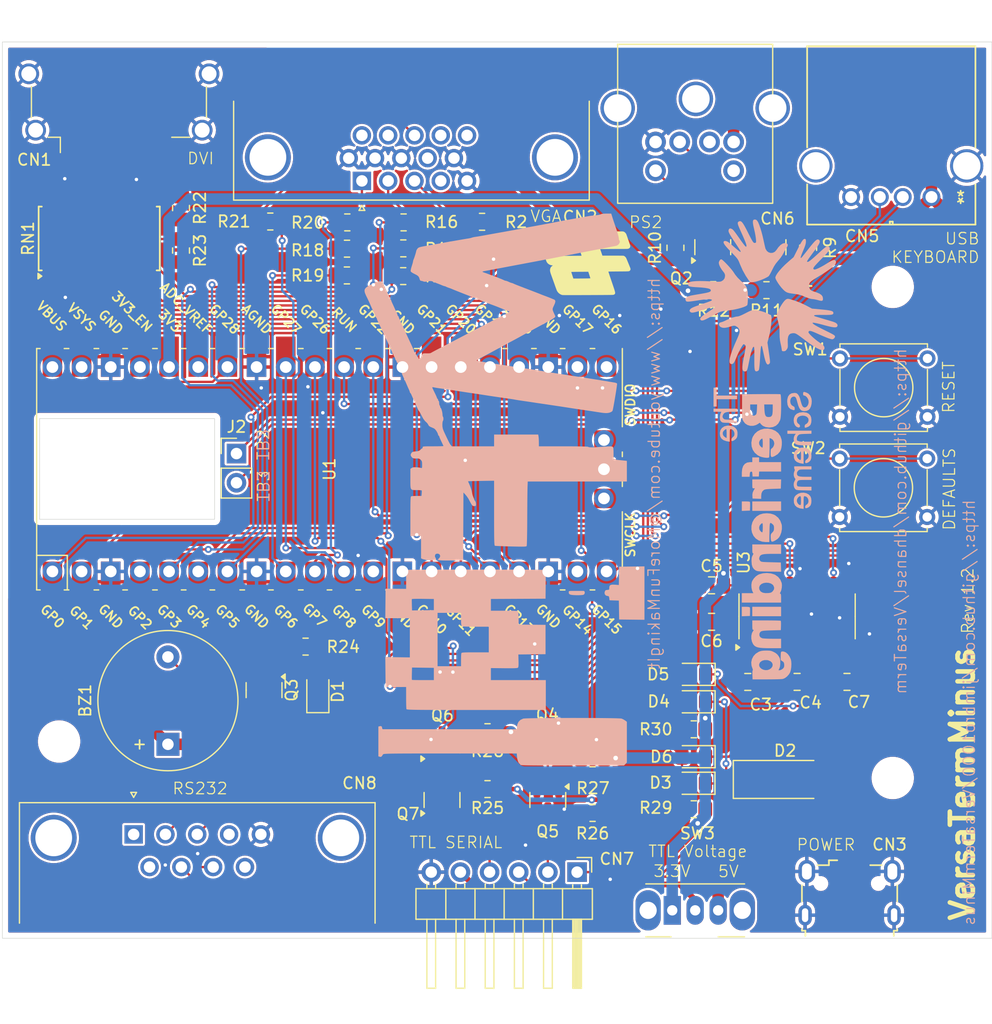
<source format=kicad_pcb>
(kicad_pcb (version 20240108) (generator "pcbnew") (generator_version "8.0")
  (title_block (title "VersaTermMinus") (date "2025-02-26") (rev "Revision 1.2"))
  (layers (0 "F.Cu" signal) (31 "B.Cu" signal) (34 "B.Paste" user) (35 "F.Paste" user) (36 "B.SilkS" user "B.Silkscreen") (37 "F.SilkS" user "F.Silkscreen") (38 "B.Mask" user) (39 "F.Mask" user) (44 "Edge.Cuts" user))
  (net 0 "")
  (net 1 "Net-(U3-C1+)")
  (net 2 "Net-(U3-C1-)")
  (net 3 "Net-(U3-C2-)")
  (net 4 "Net-(U3-C2+)")
  (net 5 "+3.3V")
  (net 6 "GND")
  (net 7 "Net-(U3-VS+)")
  (net 8 "Net-(U3-VS-)")
  (net 9 "Net-(CN1-D0+)")
  (net 11 "Net-(CN1-D2+)")
  (net 12 "+5V")
  (net 13 "Net-(CN1-D2-)")
  (net 16 "Net-(CN1-D0-)")
  (net 17 "HPD")
  (net 18 "Net-(CN1-CK-)")
  (net 20 "Net-(CN1-CK+)")
  (net 21 "Net-(CN1-D1-)")
  (net 22 "Net-(CN1-D1+)")
  (net 30 "/VBUS")
  (net 33 "Net-(CN5-D+)")
  (net 34 "Net-(CN5-D-)")
  (net 35 "Net-(CN7-Pin_4)")
  (net 36 "RXIA")
  (net 37 "CTSA")
  (net 38 "Net-(CN7-Pin_2)")
  (net 39 "VTTL")
  (net 40 "Net-(U3-T2OUT)")
  (net 44 "Net-(U3-T1OUT)")
  (net 45 "Net-(U3-R1IN)")
  (net 47 "Net-(U3-R2IN)")
  (net 48 "Net-(BZ1--)")
  (net 49 "RXI")
  (net 50 "CTS")
  (net 51 "CTSB")
  (net 52 "RXIB")
  (net 53 "PS2DATA")
  (net 54 "/Data")
  (net 55 "/Clock")
  (net 56 "PS2CLK")
  (net 57 "Net-(Q3-G)")
  (net 58 "Net-(Q4-D)")
  (net 59 "TXO")
  (net 60 "RTS")
  (net 61 "Net-(Q6-D)")
  (net 62 "B1")
  (net 63 "B0")
  (net 64 "G0")
  (net 65 "G1")
  (net 66 "G2")
  (net 67 "R0")
  (net 68 "R1")
  (net 69 "R2")
  (net 70 "SYNC")
  (net 71 "Net-(U1-GP28)")
  (net 72 "BUZZ")
  (net 73 "CK+")
  (net 74 "D0+")
  (net 75 "D1-")
  (net 76 "D2+")
  (net 77 "CK-")
  (net 78 "D1+")
  (net 79 "D2-")
  (net 80 "D0-")
  (net 81 "RESET")
  (net 82 "DEFAULTS")
  (net 97 "/Sync")
  (net 98 "/Red")
  (net 99 "/Green")
  (net 100 "/Blue")
  (footprint "Resistor_SMD:R_0805_2012Metric_Pad1.20x1.40mm_HandSolder" (layer "F.Cu") (at 99.84 114.4016 180)
    (property "Reference" "R25")
    (property "Value" "470R")
  )
  (footprint "Package_TO_SOT_SMD:SOT-23" (layer "F.Cu") (at 124.267 67.2615 90)
    (property "Reference" "Q1")
    (property "Value" "2N7002")
  )
  (footprint "Resistor_SMD:R_0805_2012Metric_Pad1.20x1.40mm_HandSolder" (layer "F.Cu") (at 87.5952 69.7149)
    (property "Reference" "R19")
    (property "Value" "1K")
  )
  (footprint "Diode_SMD:D_0805_2012Metric_Pad1.15x1.40mm_HandSolder" (layer "F.Cu") (at 85.0646 105.8926 90)
    (property "Reference" "D1")
    (property "Value" "1N4148")
  )
  (footprint "Resistor_SMD:R_0805_2012Metric_Pad1.20x1.40mm_HandSolder" (layer "F.Cu") (at 108.99 116.475 180)
    (property "Reference" "R26")
    (property "Value" "470R")
  )
  (footprint "Capacitor_SMD:C_0805_2012Metric_Pad1.18x1.45mm_HandSolder" (layer "F.Cu") (at 122.5042 105.0798)
    (property "Reference" "C3")
    (property "Value" "100nF")
  )
  (footprint "Connector_HDMI:HDMI_A_Amphenol_10029449-x01xLF_Horizontal" (layer "F.Cu") (at 67.742 53.075 180)
    (property "Reference" "CN1")
    (property "Value" "HDMI_A")
  )
  (footprint "Diode_SMD:D_0805_2012Metric_Pad1.15x1.40mm_HandSolder" (layer "F.Cu") (at 117.8052 104.4194 180)
    (property "Reference" "D5")
    (property "Value" "1N4148")
  )
  (footprint "Package_TO_SOT_SMD:SOT-23" (layer "F.Cu") (at 95.8775 110.6 90)
    (property "Reference" "Q6")
    (property "Value" "2N7002")
  )
  (footprint "Package_SO:SOIC-16W_5.3x10.2mm_P1.27mm" (layer "F.Cu") (at 66.025 66.5 90)
    (property "Reference" "RN1")
    (property "Value" "270R")
  )
  (footprint "Connector_Mini_DIN:KMDGX-6S-N" (layer "F.Cu") (at 117.983 56.7998)
    (property "Reference" "CN6")
    (property "Value" "Mini-DIN-6")
  )
  (footprint "Connector_Dsub:DSUB-9_Male_Horizontal_P2.77x2.84mm_EdgePinOffset4.94mm_Housed_MountingHolesOffset7.48mm" (layer "F.Cu") (at 69.0238 118.3434)
    (property "Reference" "CN8")
    (property "Value" "DE9 Socket")
  )
  (footprint "Button_Switch_THT:SW_Tactile_Straight_KSA0Axx1LFTR" (layer "F.Cu") (at 130.5052 85.6488)
    (property "Reference" "SW2")
    (property "Value" "DEFAULTS")
  )
  (footprint "Diode_SMD:D_0805_2012Metric_Pad1.15x1.40mm_HandSolder" (layer "F.Cu") (at 117.7888 113.8936 180)
    (property "Reference" "D3")
    (property "Value" "1N4148")
  )
  (footprint "Capacitor_SMD:C_0805_2012Metric_Pad1.18x1.45mm_HandSolder" (layer "F.Cu") (at 126.8 105.075)
    (property "Reference" "C4")
    (property "Value" "100nF")
  )
  (footprint "Resistor_SMD:R_0805_2012Metric_Pad1.20x1.40mm_HandSolder" (layer "F.Cu") (at 108.99 111.725 180)
    (property "Reference" "R27")
    (property "Value" "1K")
  )
  (footprint "Capacitor_SMD:C_0805_2012Metric_Pad1.18x1.45mm_HandSolder" (layer "F.Cu") (at 119.35 96.675)
    (property "Reference" "C5")
    (property "Value" "100nF")
  )
  (footprint "Resistor_SMD:R_0805_2012Metric_Pad1.20x1.40mm_HandSolder" (layer "F.Cu") (at 99.3902 67.3608 180)
    (property "Reference" "R3")
    (property "Value" "1K")
  )
  (footprint "Resistor_SMD:R_0805_2012Metric_Pad1.20x1.40mm_HandSolder" (layer "F.Cu") (at 117.8 109.2 180)
    (property "Reference" "R30")
    (property "Value" "1K")
  )
  (footprint "Connector_PinHeader_2.54mm:PinHeader_1x06_P2.54mm_Horizontal" (layer "F.Cu") (at 107.64 121.625 -90)
    (property "Reference" "CN7")
    (property "Value" "TTL Serial")
  )
  (footprint "MCU_RaspberryPi_and_Boards:RPi_Pico_SMD_TH" (layer "F.Cu") (at 86.08 86.575 90)
    (property "Reference" "U1")
    (property "Value" "Raspberry Pi Pico")
  )
  (footprint "Diode_SMD:D_0805_2012Metric_Pad1.15x1.40mm_HandSolder" (layer "F.Cu") (at 117.8 106.807 180)
    (property "Reference" "D4")
    (property "Value" "1N4148")
  )
  (footprint "Logos:BF" (layer "F.Cu") (at 108.331 68.6562)
    (property "Reference" "G***" (hide yes))
    (property "Value" "LOGO" (hide yes))
  )
  (footprint "Package_TO_SOT_SMD:SOT-23" (layer "F.Cu") (at 119.4554 67.2574 90)
    (property "Reference" "Q2")
    (property "Value" "2N7002")
  )
  (footprint "Package_TO_SOT_SMD:SOT-23" (layer "F.Cu") (at 105.09 115.35 -90)
    (property "Reference" "Q5")
    (property "Value" "2N7002")
  )
  (footprint "Resistor_SMD:R_0805_2012Metric_Pad1.20x1.40mm_HandSolder" (layer "F.Cu") (at 92.5068 67.3608)
    (property "Reference" "R15")
    (property "Value" "2K2")
  )
  (footprint "MountingHole:MountingHole_3.2mm_M3" (layer "F.Cu") (at 135.128 70.7136)
    (property "Reference" "H1" (hide yes))
    (property "Value" "MountingHole")
  )
  (footprint "Connector_Dsub:DSUB-15-HD_Female_Horizontal_P2.29x1.98mm_EdgePinOffset3.03mm_Housed_MountingHolesOffset4.94mm" (layer "F.Cu") (at 88.9 61.491 180)
    (property "Reference" "CN2")
    (property "Value" "DE15_Socket")
  )
  (footprint "Button_Switch_THT:SW_Tactile_Straight_KSA0Axx1LFTR" (layer "F.Cu") (at 130.5306 76.935)
    (property "Reference" "SW1")
    (property "Value" "RESET")
  )
  (footprint "Resistor_SMD:R_0805_2012Metric_Pad1.20x1.40mm_HandSolder" (layer "F.Cu") (at 73.15 63.85 -90)
    (property "Reference" "R22")
    (property "Value" "4K7")
  )
  (footprint "Resistor_SMD:R_0805_2012Metric_Pad1.20x1.40mm_HandSolder" (layer "F.Cu") (at 99.84 109.45 180)
    (property "Reference" "R28")
    (property "Value" "1K")
  )
  (footprint "Package_TO_SOT_SMD:SOT-23" (layer "F.Cu") (at 105.09 110.6 -90)
    (property "Reference" "Q4")
    (property "Value" "2N7002")
  )
  (footprint "Resistor_SMD:R_0805_2012Metric_Pad1.20x1.40mm_HandSolder" (layer "F.Cu") (at 73.15 67.55 -90)
    (property "Reference" "R23")
    (property "Value" "10K")
  )
  (footprint "Resistor_SMD:R_0805_2012Metric_Pad1.20x1.40mm_HandSolder" (layer "F.Cu") (at 116.205 67.31 -90)
    (property "Reference" "R10")
    (property "Value" "10K")
  )
  (footprint "Capacitor_SMD:C_0805_2012Metric_Pad1.18x1.45mm_HandSolder" (layer "F.Cu") (at 131.1441 105.075)
    (property "Reference" "C7")
    (property "Value" "100nF")
  )
  (footprint "Diode_SMD:D_SMA_Handsoldering" (layer "F.Cu") (at 125.7554 113.5634)
    (property "Reference" "D2")
    (property "Value" "DBA140SL-HF")
  )
  (footprint "Connector_USBA_Molex:CONN_67643-2911_MOL" (layer "F.Cu") (at 138.501001 62.8937 180)
    (property "Reference" "CN5")
    (property "Value" "USB-A")
  )
  (footprint "Resistor_SMD:R_0805_2012Metric_Pad1.20x1.40mm_HandSolder" (layer "F.Cu") (at 80.9244 65.024)
    (property "Reference" "R21")
    (property "Value" "100R")
  )
  (footprint "Package_TO_SOT_SMD:SOT-23" (layer "F.Cu") (at 80.3797 105.791 -90)
    (property "Reference" "Q3")
    (property "Value" "2N7002")
  )
  (footprint "Package_SO:SOIC-16_3.9x9.9mm_P1.27mm" (layer "F.Cu") (at 126.8 99.375 90)
    (property "Reference" "U3")
    (property "Value" "MAX3232")
  )
  (footprint "Resistor_SMD:R_0805_2012Metric_Pad1.20x1.40mm_HandSolder" (layer "F.Cu") (at 92.5322 65.1002)
    (property "Reference" "R16")
    (property "Value" "1K")
  )
  (footprint "Resistor_SMD:R_0805_2012Metric_Pad1.20x1.40mm_HandSolder" (layer "F.Cu") (at 117.8 116.1542 180)
    (property "Reference" "R29")
    (property "Value" "1K")
  )
  (footprint "Connector_PinHeader_2.54mm:PinHeader_1x02_P2.54mm_Vertical" (layer "F.Cu") (at 77.978 85.212)
    (property "Reference" "J2")
    (property "Value" "USBDATA")
  )
  (footprint "Resistor_SMD:R_0805_2012Metric_Pad1.20x1.40mm_HandSolder" (layer "F.Cu") (at 83.9978 102.0064 180)
    (property "Reference" "R24")
    (property "Value" "100R")
  )
  (footprint "Diode_SMD:D_0805_2012Metric_Pad1.15x1.40mm_HandSolder" (layer "F.Cu") (at 117.8 111.5822 180)
    (property "Reference" "D6")
    (property "Value" "1N4148")
  )
  (footprint "Resistor_SMD:R_0805_2012Metric_Pad1.20x1.40mm_HandSolder" (layer "F.Cu") (at 92.4974 69.7738)
    (property "Reference" "R17")
    (property "Value" "470R")
  )
  (footprint "Resistor_SMD:R_0805_2012Metric_Pad1.20x1.40mm_HandSolder" (layer "F.Cu") (at 124.1292 70.9975 180)
    (property "Reference" "R11")
    (property "Value" "10K")
  )
  (footprint "MountingHole:MountingHole_3.2mm_M3" (layer "F.Cu") (at 62.5348 110.2614)
    (property "Reference" "H3" (hide yes))
    (property "Value" "MountingHole")
  )
  (footprint "Package_TO_SOT_SMD:SOT-23" (layer "F.Cu") (at 95.8775 115.35 90)
    (property "Reference" "Q7")
    (property "Value" "2N7002")
  )
  (footprint "Button_Switch_THT:SW_Slide_SPDT_Angled_CK_OS102011MA1Q" (layer "F.Cu") (at 115.925 124.95)
    (property "Reference" "SW3")
    (property "Value" "3V3/5V")
  )
  (footprint "Capacitor_SMD:C_0805_2012Metric_Pad1.18x1.45mm_HandSolder" (layer "F.Cu") (at 119.35 99.85 180)
    (property "Reference" "C6")
    (property "Value" "100nF")
  )
  (footprint "Buzzer_Beeper:Buzzer_12x9.5RM7.6" (layer "F.Cu") (at 72.009 110.5054 90)
    (property "Reference" "BZ1")
    (property "Value" "Buzzer")
  )
  (footprint "Resistor_SMD:R_0805_2012Metric_Pad1.20x1.40mm_HandSolder" (layer "F.Cu") (at 127.762 67.31 -90)
    (property "Reference" "R9")
    (property "Value" "10K")
  )
  (footprint "Connector_USB:USB_Micro-B_Wuerth_629105150521" (layer "F.Cu") (at 131.37 123.42)
    (property "Reference" "CN3")
    (property "Value" "USB_B_Micro")
  )
  (footprint "Resistor_SMD:R_0805_2012Metric_Pad1.20x1.40mm_HandSolder" (layer "F.Cu") (at 87.63 65.1002)
    (property "Reference" "R20")
    (property "Value" "470R")
  )
  (footprint "Resistor_SMD:R_0805_2012Metric_Pad1.20x1.40mm_HandSolder" (layer "F.Cu") (at 99.3648 65.0494 180)
    (property "Reference" "R2")
    (property "Value" "470R")
  )
  (footprint "Resistor_SMD:R_0805_2012Metric_Pad1.20x1.40mm_HandSolder" (layer "F.Cu") (at 119.491 70.993 180)
    (property "Reference" "R12")
    (property "Value" "10K")
  )
  (footprint "Resistor_SMD:R_0805_2012Metric_Pad1.20x1.40mm_HandSolder" (layer "F.Cu") (at 87.6046 67.3862)
    (property "Reference" "R18")
    (property "Value" "2K2")
  )
  (footprint "MountingHole:MountingHole_3.2mm_M3" (layer "F.Cu") (at 135.128 113.4364)
    (property "Reference" "H2" (hide yes))
    (property "Value" "MountingHole")
  )
  (footprint "Logos:tbs_logo" (layer "B.Cu") (at 123.6726 84.8614 -90)
    (property "Reference" "G***" (hide yes))
    (property "Value" "LOGO" (hide yes))
  )
  (footprint "Logos:mfmi_logo" (layer "B.Cu") (at 101.2952 88.3412 -90)
    (property "Reference" "G***" (hide yes))
    (property "Value" "LOGO" (hide yes))
  )
  (gr_rect (start 57.5962 49.4025) (end 143.764 127.3815) (stroke (width 0.05)) (fill none) (layer "Edge.Cuts"))
  (gr_rect (start 60.833 82.169) (end 76.073 90.932) (stroke (width 0.05)) (fill none) (layer "Edge.Cuts"))
  (gr_text "https://github.com/dhansel/VersaTerm" (at 136.398 75.9968 90) (layer "B.SilkS") (effects (font (size 1 1) (thickness 0.1)) (justify left bottom mirror)))
  (gr_text "TP3" (at 79.6798 89.4588 -90) (layer "B.SilkS") (effects (font (size 1 1) (thickness 0.1)) (justify left bottom mirror)))
  (gr_text "https://github.com/jimbro1000/VersaTermMinus" (at 142.367 89.154 90) (layer "B.SilkS") (effects (font (size 1 1) (thickness 0.1)) (justify left bottom mirror)))
  (gr_text "https://www.youtube.com/@MoreFunMakingIt" (at 114.935 69.85 90) (layer "B.SilkS") (effects (font (size 1 1) (thickness 0.1)) (justify left bottom mirror)))
  (gr_text "TP2" (at 79.6544 85.852 -90) (layer "B.SilkS") (effects (font (size 1 1) (thickness 0.1)) (justify left bottom mirror)))
  (gr_text "3.3V" (at 114.225 122.125 0) (layer "F.SilkS") (effects (font (size 1 1) (thickness 0.1)) (justify left bottom)))
  (gr_text "PS2" (at 112.1 65.675 0) (layer "F.SilkS") (effects (font (size 1 1) (thickness 0.1)) (justify left bottom)))
  (gr_text "VersaTermMinus" (at 142.367 126.05 90) (layer "F.SilkS") (effects (font (size 2 2) (thickness 0.4) (bold yes)) (justify left bottom)))
  (gr_text "RESET" (at 140.589 81.7626 90) (layer "F.SilkS") (effects (font (size 1 1) (thickness 0.1)) (justify left bottom)))
  (gr_text "DVI" (at 73.625 60.125 0) (layer "F.SilkS") (effects (font (size 1 1) (thickness 0.1)) (justify left bottom)))
  (gr_text "5V" (at 119.85 122.15 0) (layer "F.SilkS") (effects (font (size 1 1) (thickness 0.1)) (justify left bottom)))
  (gr_text "TP2" (at 80.899 85.852 90) (layer "F.SilkS") (effects (font (size 1 1) (thickness 0.1)) (justify left bottom)))
  (gr_text "TP3" (at 80.9244 89.4588 90) (layer "F.SilkS") (effects (font (size 1 1) (thickness 0.1)) (justify left bottom)))
  (gr_text "Rev 1.2\n" (at 142.24 100.965 90) (layer "F.SilkS") (effects (font (size 1 1) (thickness 0.1)) (justify left bottom)))
  (gr_text "RS232" (at 72.3392 114.935 0) (layer "F.SilkS") (effects (font (size 1 1) (thickness 0.1)) (justify left bottom)))
  (gr_text "DEFAULTS" (at 140.6402 91.9638 90) (layer "F.SilkS") (effects (font (size 1 1) (thickness 0.1)) (justify left bottom)))
  (gr_text "USB\nKEYBOARD" (at 142.748 68.707 0) (layer "F.SilkS") (effects (font (size 1 1) (thickness 0.1)) (justify right bottom)))
  (gr_text "VGA" (at 103.505 65.151 0) (layer "F.SilkS") (effects (font (size 1 1) (thickness 0.1)) (justify left bottom)))
  (gr_text "TTL Voltage" (at 113.775 120.4 0) (layer "F.SilkS") (effects (font (size 1 1) (thickness 0.1)) (justify left bottom)))
  (gr_text "POWER" (at 126.7 119.825 0) (layer "F.SilkS") (effects (font (size 1 1) (thickness 0.1)) (justify left bottom)))
  (gr_text "TTL SERIAL" (at 92.975 119.625 0) (layer "F.SilkS") (effects (font (size 1 1) (thickness 0.1)) (justify left bottom)))
  (segment (start 121.4667 104.2377) (end 121.4667 105.0798) (width 0.2) (layer "F.Cu") (net 1))
  (segment (start 122.355 103.3494) (end 121.4667 104.2377) (width 0.2) (layer "F.Cu") (net 1))
  (segment (start 122.355 101.85) (end 122.355 103.3494) (width 0.2) (layer "F.Cu") (net 1))
  (segment (start 124.895 102.8668) (end 124.895 101.85) (width 0.2) (layer "F.Cu") (net 2))
  (segment (start 123.5417 105.0798) (end 123.5417 104.2201) (width 0.2) (layer "F.Cu") (net 2))
  (segment (start 123.5417 104.2201) (end 124.895 102.8668) (width 0.2) (layer "F.Cu") (net 2))
  (segment (start 127.435 101.85) (end 127.435 104.6725) (width 0.2) (layer "F.Cu") (net 3))
  (segment (start 127.435 104.6725) (end 127.8375 105.075) (width 0.2) (layer "F.Cu") (net 3))
  (segment (start 126.165 104.6725) (end 125.7625 105.075) (width 0.2) (layer "F.Cu") (net 4))
  (segment (start 126.165 101.85) (end 126.165 104.6725) (width 0.2) (layer "F.Cu") (net 4))
  (segment (start 118.5054 70.9786) (end 118.5054 68.1949) (width 0.2) (layer "F.Cu") (net 5))
  (segment (start 100.8668 109.4232) (end 100.84 109.45) (width 1) (layer "F.Cu") (net 5))
  (segment (start 123.317 70.8097) (end 123.317 68.399) (width 0.2) (layer "F.Cu") (net 5))
  (segment (start 118.4402 71.0438) (end 118.491 70.993) (width 1) (layer "F.Cu") (net 5))
  (segment (start 123.1292 70.9975) (end 123.317 70.8097) (width 0.2) (layer "F.Cu") (net 5))
  (segment (start 117.2972 71.0438) (end 118.4402 71.0438) (width 1) (layer "F.Cu") (net 5))
  (segment (start 120.3875 96.675) (end 122.13 96.675) (width 0.2) (layer "F.Cu") (net 5))
  (segment (start 101.8794 109.4232) (end 100.8668 109.4232) (width 1) (layer "F.Cu") (net 5))
  (segment (start 118.8 108.2294) (end 118.8 109.2) (width 1) (layer "F.Cu") (net 5))
  (segment (start 118.8 116.725) (end 118.8 116.1542) (width 1) (layer "F.Cu") (net 5))
  (segment (start 123.1144 70.9827) (end 123.1292 70.9975) (width 1) (layer "F.Cu") (net 5))
  (segment (start 110.015 111.7) (end 109.99 111.725) (width 1) (layer "F.Cu") (net 5))
  (segment (start 118.1435 117.3815) (end 118.8 116.725) (width 1) (layer "F.Cu") (net 5))
  (segment (start 110.998 111.7) (end 110.015 111.7) (width 1) (layer "F.Cu") (net 5))
  (segment (start 122.2756 70.9827) (end 123.1144 70.9827) (width 1) (layer "F.Cu") (net 5))
  (segment (start 122.13 96.675) (end 122.355 96.9) (width 0.2) (layer "F.Cu") (net 5))
  (segment (start 118.491 70.993) (end 118.5054 70.9786) (width 0.2) (layer "F.Cu") (net 5))
  (via (at 118.1435 117.3815) (size 0.8) (drill 0.4) (layers "F.Cu" "B.Cu") (net 5))
  (via (at 117.2972 71.0438) (size 0.8) (drill 0.4) (layers "F.Cu" "B.Cu") (net 5))
  (via (at 118.8 108.2294) (size 0.8) (drill 0.4) (layers "F.Cu" "B.Cu") (net 5))
  (via (at 120.3875 95.625) (size 0.8) (drill 0.4) (layers "F.Cu" "B.Cu") (net 5))
  (via (at 110.998 111.7) (size 0.8) (drill 0.4) (layers "F.Cu" "B.Cu") (net 5))
  (via (at 101.8794 109.4232) (size 0.8) (drill 0.4) (layers "F.Cu" "B.Cu") (net 5))
  (via (at 122.2756 70.9827) (size 0.6) (drill 0.3) (layers "F.Cu" "B.Cu") (net 5))
  (segment (start 73.9318 63.0682) (end 72.11 64.89) (width 1) (layer "B.Cu") (net 5))
  (segment (start 122.809 71.0184) (end 122.7733 70.9827) (width 1) (layer "B.Cu") (net 5))
  (segment (start 101.8794 110.4894) (end 103.115 111.725) (width 1) (layer "B.Cu") (net 5))
  (segment (start 120.3875 95.625) (end 120.3875 70.9827) (width 1) (layer "B.Cu") (net 5))
  (segment (start 115.925 119.6) (end 115.925 124.95) (width 1) (layer "B.Cu") (net 5))
  (segment (start 117.3583 70.9827) (end 120.3875 70.9827) (width 1) (layer "B.Cu") (net 5))
  (segment (start 101.8794 109.4232) (end 101.8794 110.4894) (width 1) (layer "B.Cu") (net 5))
  (segment (start 118.7954 71.0438) (end 118.8572 71.1056) (width 1) (layer "B.Cu") (net 5))
  (segment (start 118.8 111.7) (end 118.8 108.2294) (width 1) (layer "B.Cu") (net 5))
  (segment (start 120.3875 96.675) (end 120.3875 95.625) (width 1) (layer "B.Cu") (net 5))
  (segment (start 122.2756 70.9827) (end 120.3875 70.9827) (width 1) (layer "B.Cu") (net 5))
  (segment (start 72.11 64.89) (end 72.11 77.685) (width 1) (layer "B.Cu") (net 5))
  (segment (start 110.973 111.725) (end 110.998 111.7) (width 1) (layer "B.Cu") (net 5))
  (segment (start 118.8 116.725) (end 118.8 111.7) (width 1) (layer "B.Cu") (net 5))
  (segment (start 103.115 111.725) (end 110.973 111.725) (width 1) (layer "B.Cu") (net 5))
  (segment (start 117.2972 71.0438) (end 118.7954 71.0438) (width 1) (layer "B.Cu") (net 5))
  (segment (start 122.7733 70.9827) (end 122.2756 70.9827) (width 1) (layer "B.Cu") (net 5))
  (segment (start 117.2972 71.0438) (end 117.3583 70.9827) (width 1) (layer "B.Cu") (net 5))
  (segment (start 118.1435 117.3815) (end 118.8 116.725) (width 1) (layer "B.Cu") (net 5))
  (segment (start 118.8 98.2625) (end 120.3875 96.675) (width 1) (layer "B.Cu") (net 5))
  (segment (start 118.1435 117.3815) (end 115.925 119.6) (width 1) (layer "B.Cu") (net 5))
  (segment (start 110.998 111.7) (end 118.8 111.7) (width 1) (layer "B.Cu") (net 5))
  (segment (start 118.8 108.2294) (end 118.8 98.2625) (width 1) (layer "B.Cu") (net 5))
  (segment (start 109.3216 63.0682) (end 73.9318 63.0682) (width 1) (layer "B.Cu") (net 5))
  (segment (start 117.2972 71.0438) (end 109.3216 63.0682) (width 1) (layer "B.Cu") (net 5))
  (segment (start 104.34 109.6625) (end 104.14 109.4625) (width 0.2) (layer "F.Cu") (net 6))
  (via (at 95.7072 104.2162) (size 0.6) (drill 0.3) (layers "F.Cu" "B.Cu") (net 6))
  (via (at 69.265365 61.366835) (size 0.6) (drill 0.3) (layers "F.Cu" "B.Cu") (net 6))
  (via (at 80.137 79.502) (size 0.6) (drill 0.3) (layers "F.Cu" "B.Cu") (net 6))
  (via (at 127.0508 95.2246) (size 0.6) (drill 0.3) (layers "F.Cu" "B.Cu") (net 6))
  (via (at 88.575 94.075) (size 0.6) (drill 0.3) (layers "F.Cu" "B.Cu") (net 6))
  (via (at 111.3536 73.2028) (size 0.6) (drill 0.3) (layers "F.Cu" "B.Cu") (net 6))
  (via (at 84.2 79.4) (size 0.6) (drill 0.3) (layers "F.Cu" "B.Cu") (net 6))
  (via (at 130.5 99.5) (size 0.6) (drill 0.3) (layers "F.Cu" "B.Cu") (net 6))
  (via (at 131.3 94.775) (size 0.6) (drill 0.3) (layers "F.Cu" "B.Cu") (net 6))
  (via (at 114.935 72.644) (size 0.6) (drill 0.3) (layers "F.Cu" "B.Cu") (net 6))
  (via (at 106.0958 73.2028) (size 0.6) (drill 0.3) (layers "F.Cu" "B.Cu") (net 6))
  (via (at 103.15 119.275) (size 0.6) (drill 0.3) (layers "F.Cu" "B.Cu") (net 6))
  (via (at 106.525 116.15) (size 0.6) (drill 0.3) (layers "F.Cu" "B.Cu") (net 6))
  (via (at 109.855 79.502) (size 0.6) (drill 0.3) (layers "F.Cu" "B.Cu") (net 6))
  (via (at 97.9 85.8) (size 0.6) (drill 0.3) (layers "F.Cu" "B.Cu") (net 6))
  (via (at 74.5998 120.015) (size 0.6) (drill 0.3) (layers "F.Cu" "B.Cu") (net 6))
  (via (at 85.5 81.661) (size 0.6) (drill 0.3) (layers "F.Cu" "B.Cu") (net 6))
  (via (at 117.475 76.327) (size 0.6) (drill 0.3) (layers "F.Cu" "B.Cu") (net 6))
  (via (at 63.026835 61.299635) (size 0.6) (drill 0.3) (layers "F.Cu" "B.Cu") (net 6))
  (via (at 133.1 100.9) (size 0.6) (drill 0.3) (layers "F.Cu" "B.Cu") (net 6))
  (via (at 110.525 122.25) (size 0.6) (drill 0.3) (layers "F.Cu" "B.Cu") (net 6))
  (via (at 63.075 71.625) (size 0.6) (drill 0.3) (layers "F.Cu" "B.Cu") (net 6))
  (via (at 128.05 99.175) (size 0.6) (drill 0.3) (layers "F.Cu" "B.Cu") (net 6))
  (via (at 71.7804 121.0056) (size 0.6) (drill 0.3) (layers "F.Cu" "B.Cu") (net 6))
  (via (at 112.9 95.2) (size 0.6) (drill 0.3) (layers "F.Cu" "B.Cu") (net 6))
  (via (at 121.525 74.5) (size 0.6) (drill 0.3) (layers "F.Cu" "B.Cu") (net 6))
  (segment (start 123.625 100.875001) (end 122.599999 99.85) (width 0.2) (layer "F.Cu") (net 7))
  (segment (start 122.599999 99.85) (end 120.3875 99.85) (width 0.2) (layer "F.Cu") (net 7))
  (segment (start 123.625 101.85) (end 123.625 100.875001) (width 0.2) (layer "F.Cu") (net 7))
  (segment (start 128.705 103.6734) (end 130.1066 105.075) (width 0.2) (layer "F.Cu") (net 8))
  (segment (start 128.705 101.85) (end 128.705 103.6734) (width 0.2) (layer "F.Cu") (net 8))
  (segment (start 65.992 58.075) (end 65.992 61.42) (width 0.2) (layer "F.Cu") (net 9))
  (segment (start 66.66 62.088) (end 66.66 62.95) (width 0.2) (layer "F.Cu") (net 9))
  (segment (start 65.992 61.42) (end 66.66 62.088) (width 0.2) (layer "F.Cu") (net 9))
  (segment (start 62.992 60.4774) (end 61.58 61.8894) (width 0.2) (layer "F.Cu") (net 11))
  (segment (start 62.992 58.075) (end 62.992 60.4774) (width 0.2) (layer "F.Cu") (net 11))
  (segment (start 61.58 61.8894) (end 61.58 62.95) (width 0.2) (layer "F.Cu") (net 11))
  (segment (start 58.801 55.849) (end 58.801 97.2974) (width 1) (layer "F.Cu") (net 12))
  (segment (start 119.925 118.59477) (end 119.925 124.95) (width 1) (layer "F.Cu") (net 12))
  (segment (start 127.381 50.927) (end 127.302 50.927) (width 1) (layer "F.Cu") (net 12))
  (segment (start 71.501 56.125) (end 71.501 54.7) (width 1) (layer "F.Cu") (net 12))
  (segment (start 64.49 75.69) (end 64.49 77.685) (width 1) (layer "F.Cu") (net 12))
  (segment (start 137.275 58.1) (end 134.554 58.1) (width 1) (layer "F.Cu") (net 12))
  (segment (start 60.7582 71.9582) (end 64.49 75.69) (width 1) (layer "F.Cu") (net 12))
  (segment (start 71.492 56.134) (end 71.501 56.125) (width 1) (layer "F.Cu") (net 12))
  (segment (start 121.425 115.3938) (end 121.425 117.09477) (width 1) (layer "F.Cu") (net 12))
  (segment (start 138.501001 59.326001) (end 137.275 58.1) (width 1) (layer "F.Cu") (net 12))
  (segment (start 123.375 50.575) (end 121.666 50.575) (width 1) (layer "F.Cu") (net 12))
  (segment (start 133.084701 68.31) (end 127.762 68.31) (width 1) (layer "F.Cu") (net 12))
  (segment (start 121.425 117.09477) (end 119.925 118.59477) (width 1) (layer "F.Cu") (net 12))
  (segment (start 138.501001 62.8937) (end 133.084701 68.31) (width 1) (layer "F.Cu") (net 12))
  (segment (start 71.492 56.134) (end 71.492 58.075) (width 0.2) (layer "F.Cu") (net 12))
  (segment (start 133.45 108.525) (end 128.2938 108.525) (width 1) (layer "F.Cu") (net 12))
  (segment (start 126.95 50.575) (end 81.124 50.575) (width 1) (layer "F.Cu") (net 12))
  (segment (start 59.1312 71.9582) (end 60.7582 71.9582) (width 1) (layer "F.Cu") (net 12))
  (segment (start 81.124 50.575) (end 76.999 54.7) (width 1) (layer "F.Cu") (net 12))
  (segment (start 127.302 50.927) (end 126.95 50.575) (width 1) (layer "F.Cu") (net 12))
  (segment (start 138.501001 62.8937) (end 139.7254 64.118099) (width 1) (layer "F.Cu") (net 12))
  (segment (start 109.204 68.31) (end 116.205 68.31) (width 1) (layer "F.Cu") (net 12))
  (segment (start 81.4768 110.5054) (end 85.0646 106.9176) (width 1) (layer "F.Cu") (net 12))
  (segment (start 121.2724 50.575) (end 121.2724 58.106) (width 1) (layer "F.Cu") (net 12))
  (segment (start 102.362 61.468) (end 109.204 68.31) (width 1) (layer "F.Cu") (net 12))
  (segment (start 139.7254 64.118099) (end 139.7254 102.2496) (width 1) (layer "F.Cu") (net 12))
  (segment (start 59.95 54.7) (end 58.801 55.849) (width 1) (layer "F.Cu") (net 12))
  (segment (start 128.2938 108.525) (end 121.425 115.3938) (width 1) (layer "F.Cu") (net 12))
  (segment (start 139.7254 102.2496) (end 133.45 108.525) (width 1) (layer "F.Cu") (net 12))
  (segment (start 102.362 50.575) (end 102.362 61.468) (width 1) (layer "F.Cu") (net 12))
  (segment (start 138.501001 62.8937) (end 138.501001 59.326001) (width 1) (layer "F.Cu") (net 12))
  (segment (start 72.009 110.5054) (end 81.4768 110.5054) (width 1) (layer "F.Cu") (net 12))
  (segment (start 76.999 54.7) (end 59.95 54.7) (width 1) (layer "F.Cu") (net 12))
  (segment (start 58.801 97.2974) (end 72.009 110.5054) (width 1) (layer "F.Cu") (net 12))
  (segment (start 134.554 58.1) (end 127.381 50.927) (width 1) (layer "F.Cu") (net 12))
  (segment (start 62.85 62.325) (end 62.85 62.95) (width 0.2) (layer "F.Cu") (net 13))
  (segment (start 63.992 61.183) (end 62.85 62.325) (width 0.2) (layer "F.Cu") (net 13))
  (segment (start 63.992 58.075) (end 63.992 61.183) (width 0.2) (layer "F.Cu") (net 13))
  (segment (start 66.992 58.075) (end 66.992 61.192) (width 0.2) (layer "F.Cu") (net 16))
  (segment (start 67.93 62.13) (end 67.93 62.95) (width 0.2) (layer "F.Cu") (net 16))
  (segment (start 66.992 61.192) (end 67.93 62.13) (width 0.2) (layer "F.Cu") (net 16))
  (segment (start 71.992 58.075) (end 71.992 61.692) (width 0.2) (layer "F.Cu") (net 17))
  (segment (start 71.992 61.692) (end 73.15 62.85) (width 0.2) (layer "F.Cu") (net 17))
  (segment (start 68.492 59.729) (end 70.47 61.707) (width 0.2) (layer "F.Cu") (net 18))
  (segment (start 68.492 58.075) (end 68.492 59.729) (width 0.2) (layer "F.Cu") (net 18))
  (segment (start 70.47 61.707) (end 70.47 62.95) (width 0.2) (layer "F.Cu") (net 18))
  (segment (start 67.492 58.075) (end 67.492 60.442) (width 0.2) (layer "F.Cu") (net 20))
  (segment (start 69.2 62.15) (end 69.2 62.95) (width 0.2) (layer "F.Cu") (net 20))
  (segment (start 67.492 60.442) (end 69.2 62.15) (width 0.2) (layer "F.Cu") (net 20))
  (segment (start 65.492 58.075) (end 65.492 62.848) (width 0.2) (layer "F.Cu") (net 21))
  (segment (start 65.492 62.848) (end 65.39 62.95) (width 0.2) (layer "F.Cu") (net 21))
  (segment (start 64.12 61.991) (end 64.12 62.95) (width 0.2) (layer "F.Cu") (net 22))
  (segment (start 64.492 61.619) (end 64.12 61.991) (width 0.2) (layer "F.Cu") (net 22))
  (segment (start 64.492 58.075) (end 64.492 61.619) (width 0.2) (layer "F.Cu") (net 22))
  (segment (start 130.07 120.625) (end 130.07 121.52) (width 0.4) (layer "F.Cu") (net 30))
  (segment (start 130.07 115.378) (end 128.2554 113.5634) (width 0.4) (layer "F.Cu") (net 30))
  (segment (start 128.2554 114.006) (end 128.2554 113.5634) (width 0.4) (layer "F.Cu") (net 30))
  (segment (start 130.07 121.52) (end 129.7686 121.2186) (width 0.4) (layer "F.Cu") (net 30))
  (segment (start 129.7686 115.5192) (end 128.2554 114.006) (width 0.4) (layer "F.Cu") (net 30))
  (segment (start 129.7686 121.2186) (end 129.7686 115.5192) (width 0.4) (layer "F.Cu") (net 30))
  (segment (start 130.07 120.625) (end 130.07 115.378) (width 0.4) (layer "F.Cu") (net 30))
  (segment (start 79.128 86.602) (end 77.978 87.752) (width 0.2) (layer "F.Cu") (net 33))
  (segment (start 81.078686 82.677) (end 79.128 84.627686) (width 0.2) (layer "F.Cu") (net 33))
  (segment (start 115.732 82.261) (end 115.697 82.296) (width 0.2) (layer "F.Cu") (net 33))
  (segment (start 112.028304 82.677) (end 81.078686 82.677) (width 0.2) (layer "F.Cu") (net 33))
  (segment (start 112.369811 82.335493) (end 112.028304 82.677) (width 0.2) (layer "F.Cu") (net 33))
  (segment (start 121.412 82.261) (end 115.732 82.261) (width 0.2) (layer "F.Cu") (net 33))
  (segment (start 79.128 84.627686) (end 79.128 86.602) (width 0.2) (layer "F.Cu") (net 33))
  (via (at 112.369811 82.335493) (size 0.6) (drill 0.3) (layers "F.Cu" "B.Cu") (net 33))
  (via (at 121.412 82.261) (size 0.6) (drill 0.3) (layers "F.Cu" "B.Cu") (net 33))
  (via (at 115.697 82.296) (size 0.6) (drill 0.3) (layers "F.Cu" "B.Cu") (net 33))
  (segment (start 121.412 82.261) (end 121.7232 81.9498) (width 0.2) (layer "B.Cu") (net 33))
  (segment (start 112.409304 82.296) (end 112.369811 82.335493) (width 0.2) (layer "B.Cu") (net 33))
  (segment (start 121.7232 76.8018) (end 134.001 64.524) (width 0.2) (layer "B.Cu") (net 33))
  (segment (start 121.7232 81.9498) (end 121.7232 76.8018) (width 0.2) (layer "B.Cu") (net 33))
  (segment (start 115.697 82.296) (end 112.409304 82.296) (width 0.2) (layer "B.Cu") (net 33))
  (segment (start 134.001 64.524) (end 134.001 62.8937) (width 0.2) (layer "B.Cu") (net 33))
  (segment (start 111.414 82.261) (end 80.929 82.261) (width 0.2) (layer "F.Cu") (net 34))
  (segment (start 80.929 82.261) (end 77.978 85.212) (width 0.2) (layer "F.Cu") (net 34))
  (segment (start 122.301 81.661) (end 115.2 81.661) (width 0.2) (layer "F.Cu") (net 34))
  (segment (start 112.014 81.661) (end 111.414 82.261) (width 0.2) (layer "F.Cu") (net 34))
  (segment (start 122.428 81.788) (end 122.301 81.661) (width 0.2) (layer "F.Cu") (net 34))
  (segment (start 112.8 81.661) (end 112.014 81.661) (width 0.2) (layer "F.Cu") (net 34))
  (via (at 112.8 81.661) (size 0.6) (drill 0.3) (layers "F.Cu" "B.Cu") (net 34))
  (via (at 122.428 81.788) (size 0.6) (drill 0.3) (layers "F.Cu" "B.Cu") (net 34))
  (via (at 115.2 81.661) (size 0.6) (drill 0.3) (layers "F.Cu" "B.Cu") (net 34))
  (segment (start 115.2 81.661) (end 112.8 81.661) (width 0.2) (layer "B.Cu") (net 34))
  (segment (start 122.428 81.788) (end 122.1232 81.4832) (width 0.2) (layer "B.Cu") (net 34))
  (segment (start 136.025 62.917699) (end 136.001001 62.8937) (width 0.2) (layer "B.Cu") (net 34))
  (segment (start 136.025 63.065686) (end 136.025 62.917699) (width 0.2) (layer "B.Cu") (net 34))
  (segment (start 122.1232 81.4832) (end 122.1232 76.967486) (width 0.2) (layer "B.Cu") (net 34))
  (segment (start 122.1232 76.967486) (end 136.025 63.065686) (width 0.2) (layer "B.Cu") (net 34))
  (segment (start 95.8775 114.4125) (end 96.6071 114.4125) (width 0.2) (layer "F.Cu") (net 35))
  (segment (start 100.02 117.8254) (end 100.02 121.625) (width 0.2) (layer "F.Cu") (net 35))
  (segment (start 98.84 114.4016) (end 98.84 116.6454) (width 0.2) (layer "F.Cu") (net 35))
  (segment (start 96.6071 114.4125) (end 96.618 114.4016) (width 0.2) (layer "F.Cu") (net 35))
  (segment (start 98.84 116.6454) (end 100.02 117.8254) (width 0.2) (layer "F.Cu") (net 35))
  (segment (start 96.618 114.4016) (end 98.84 114.4016) (width 0.2) (layer "F.Cu") (net 35))
  (segment (start 119.5698 113.9138) (end 118.825 113.9138) (width 0.2) (layer "F.Cu") (net 36))
  (segment (start 107.64 121.625) (end 115.197714 121.625) (width 0.2) (layer "F.Cu") (net 36))
  (segment (start 115.197714 121.625) (end 120.225 116.597714) (width 0.2) (layer "F.Cu") (net 36))
  (segment (start 120.225 114.569) (end 119.5698 113.9138) (width 0.2) (layer "F.Cu") (net 36))
  (segment (start 120.225 116.597714) (end 120.225 114.569) (width 0.2) (layer "F.Cu") (net 36))
  (segment (start 115.3634 122.025) (end 113.062868 122.025) (width 0.2) (layer "F.Cu") (net 37))
  (segment (start 120.4722 106.807) (end 118.825 106.807) (width 0.2) (layer "F.Cu") (net 37))
  (segment (start 103.86 122.925) (end 102.56 121.625) (width 0.2) (layer "F.Cu") (net 37))
  (segment (start 120.607272 112.1822) (end 120.625 112.199928) (width 0.2) (layer "F.Cu") (net 37))
  (segment (start 120.625 112.199928) (end 120.625 116.7634) (width 0.2) (layer "F.Cu") (net 37))
  (segment (start 113.062868 122.025) (end 112.162868 122.925) (width 0.2) (layer "F.Cu") (net 37))
  (segment (start 112.162868 122.925) (end 103.86 122.925) (width 0.2) (layer "F.Cu") (net 37))
  (segment (start 120.625 116.7634) (end 115.3634 122.025) (width 0.2) (layer "F.Cu") (net 37))
  (via (at 120.607272 112.1822) (size 0.6) (drill 0.3) (layers "F.Cu" "B.Cu") (net 37))
  (via (at 120.4722 106.807) (size 0.6) (drill 0.3) (layers "F.Cu" "B.Cu") (net 37))
  (segment (start 120.625 106.9598) (end 120.4722 106.807) (width 0.2) (layer "B.Cu") (net 37))
  (segment (start 120.625 112.164472) (end 120.625 106.9598) (width 0.2) (layer "B.Cu") (net 37))
  (segment (start 120.607272 112.1822) (end 120.625 112.164472) (width 0.2) (layer "B.Cu") (net 37))
  (segment (start 105.925 116.3898) (end 105.925 116.398529) (width 0.2) (layer "F.Cu") (net 38))
  (segment (start 105.8227 116.2875) (end 105.925 116.3898) (width 0.2) (layer "F.Cu") (net 38))
  (segment (start 105.925 116.398529) (end 106.276471 116.75) (width 0.2) (layer "F.Cu") (net 38))
  (segment (start 107.715 116.75) (end 107.99 116.475) (width 0.2) (layer "F.Cu") (net 38))
  (segment (start 105.1 121.625) (end 105.09 121.615) (width 0.2) (layer "F.Cu") (net 38))
  (segment (start 105.09 116.2875) (end 105.8227 116.2875) (width 0.2) (layer "F.Cu") (net 38))
  (segment (start 105.09 121.615) (end 105.09 116.2875) (width 0.2) (layer "F.Cu") (net 38))
  (segment (start 106.276471 116.75) (end 107.715 116.75) (width 0.2) (layer "F.Cu") (net 38))
  (segment (start 109.55 115.325) (end 108.9316 115.325) (width 0.4) (layer "F.Cu") (net 39))
  (segment (start 109.99 116.475) (end 109.99 115.765) (width 0.4) (layer "F.Cu") (net 39))
  (segment (start 100.45 123.325) (end 99.18 123.325) (width 0.5) (layer "F.Cu") (net 39))
  (segment (start 99.18 123.325) (end 97.48 121.625) (width 0.5) (layer "F.Cu") (net 39))
  (segment (start 100.675 123.55) (end 112.315686 123.55) (width 0.5) (layer "F.Cu") (net 39))
  (segment (start 109.99 115.765) (end 109.55 115.325) (width 0.4) (layer "F.Cu") (net 39))
  (segment (start 112.315686 123.55) (end 113.165686 122.7) (width 0.5) (layer "F.Cu") (net 39))
  (segment (start 102.4382 114.4016) (end 100.84 114.4016) (width 0.4) (layer "F.Cu") (net 39))
  (segment (start 101.27 121.107233) (end 100.838 120.675233) (width 0.4) (layer "F.Cu") (net 39))
  (segment (start 116.575 122.7) (end 117.925 124.05) (width 0.5) (layer "F.Cu") (net 39))
  (segment (start 108.9316 115.325) (end 108.9152 115.3414) (width 0.4) (layer "F.Cu") (net 39))
  (segment (start 101.27 122.505) (end 101.27 121.107233) (width 0.4) (layer "F.Cu") (net 39))
  (segment (start 100.838 120.675233) (end 100.838 114.4036) (width 0.4) (layer "F.Cu") (net 39))
  (segment (start 113.165686 122.7) (end 116.575 122.7) (width 0.5) (layer "F.Cu") (net 39))
  (segment (start 100.838 114.4036) (end 100.84 114.4016) (width 0.4) (layer "F.Cu") (net 39))
  (segment (start 100.45 123.325) (end 101.27 122.505) (width 0.4) (layer "F.Cu") (net 39))
  (segment (start 108.9152 115.3414) (end 108.8988 115.325) (width 0.4) (layer "F.Cu") (net 39))
  (segment (start 100.45 123.325) (end 100.675 123.55) (width 0.5) (layer "F.Cu") (net 39))
  (segment (start 117.925 124.05) (end 117.925 124.95) (width 0.5) (layer "F.Cu") (net 39))
  (via (at 108.9152 115.3414) (size 0.6) (drill 0.3) (layers "F.Cu" "B.Cu") (net 39))
  (via (at 102.4382 114.4016) (size 0.6) (drill 0.3) (layers "F.Cu" "B.Cu") (net 39))
  (segment (start 103.3616 115.325) (end 102.4382 114.4016) (width 0.4) (layer "B.Cu") (net 39))
  (segment (start 108.8988 115.325) (end 103.3616 115.325) (width 0.4) (layer "B.Cu") (net 39))
  (segment (start 131.4984 94.0816) (end 118.0846 94.0816) (width 0.2) (layer "F.Cu") (net 40))
  (segment (start 132.7404 98.109601) (end 132.7404 95.3236) (width 0.2) (layer "F.Cu") (net 40))
  (segment (start 118.0846 94.0816) (end 108.5596 103.6066) (width 0.2) (layer "F.Cu") (net 40))
  (segment (start 78.0826 117.2434) (end 75.6638 117.2434) (width 0.2) (layer "F.Cu") (net 40))
  (segment (start 129.975 101.85) (end 129.975 100.875001) (width 0.2) (layer "F.Cu") (net 40))
  (segment (start 129.975 100.875001) (end 132.7404 98.109601) (width 0.2) (layer "F.Cu") (net 40))
  (segment (start 132.7404 95.3236) (end 131.4984 94.0816) (width 0.2) (layer "F.Cu") (net 40))
  (segment (start 75.6638 117.2434) (end 74.5638 118.3434) (width 0.2) (layer "F.Cu") (net 40))
  (segment (start 91.7194 103.6066) (end 78.0826 117.2434) (width 0.2) (layer "F.Cu") (net 40))
  (segment (start 108.5596 103.6066) (end 91.7194 103.6066) (width 0.2) (layer "F.Cu") (net 40))
  (segment (start 123.894999 94.925) (end 118.375 94.925) (width 0.2) (layer "F.Cu") (net 44))
  (segment (start 124.895 96.9) (end 124.895 95.925001) (width 0.2) (layer "F.Cu") (net 44))
  (segment (start 77.2668 120.5738) (end 77.2668 121.8438) (width 0.2) (layer "F.Cu") (net 44))
  (segment (start 91.0852 104.825) (end 78.5114 117.3988) (width 0.2) (layer "F.Cu") (net 44))
  (segment (start 78.5114 117.3988) (end 78.5114 119.3292) (width 0.2) (layer "F.Cu") (net 44))
  (segment (start 78.5114 119.3292) (end 77.2668 120.5738) (width 0.2) (layer "F.Cu") (net 44))
  (segment (start 108.475 104.825) (end 91.0852 104.825) (width 0.2) (layer "F.Cu") (net 44))
  (segment (start 118.375 94.925) (end 108.475 104.825) (width 0.2) (layer "F.Cu") (net 44))
  (segment (start 124.895 95.925001) (end 123.894999 94.925) (width 0.2) (layer "F.Cu") (net 44))
  (segment (start 77.2668 121.8438) (end 76.5048 122.6058) (width 0.2) (layer "F.Cu") (net 44))
  (segment (start 74.6012 122.6058) (end 73.1788 121.1834) (width 0.2) (layer "F.Cu") (net 44))
  (segment (start 76.5048 122.6058) (end 74.6012 122.6058) (width 0.2) (layer "F.Cu") (net 44))
  (segment (start 91.553228 102.6414) (end 77.751228 116.4434) (width 0.2) (layer "F.Cu") (net 45))
  (segment (start 126.165 93.0498) (end 117.856572 93.0498) (width 0.2) (layer "F.Cu") (net 45))
  (segment (start 77.751228 116.4434) (end 73.6938 116.4434) (width 0.2) (layer "F.Cu") (net 45))
  (segment (start 117.856572 93.0498) (end 108.264972 102.6414) (width 0.2) (layer "F.Cu") (net 45))
  (segment (start 73.6938 116.4434) (end 71.7938 118.3434) (width 0.2) (layer "F.Cu") (net 45))
  (segment (start 126.165 95.6056) (end 126.165 96.9) (width 0.2) (layer "F.Cu") (net 45))
  (segment (start 108.264972 102.6414) (end 91.553228 102.6414) (width 0.2) (layer "F.Cu") (net 45))
  (via (at 126.165 93.0498) (size 0.6) (drill 0.3) (layers "F.Cu" "B.Cu") (net 45))
  (via (at 126.165 95.6056) (size 0.6) (drill 0.3) (layers "F.Cu" "B.Cu") (net 45))
  (segment (start 126.165 93.0498) (end 126.165 95.6056) (width 0.2) (layer "B.Cu") (net 45))
  (segment (start 117.950714 93.6498) (end 132.0748 93.6498) (width 0.2) (layer "F.Cu") (net 47))
  (segment (start 73.8852 116.8434) (end 77.916914 116.8434) (width 0.2) (layer "F.Cu") (net 47))
  (segment (start 73.1774 117.5512) (end 73.8852 116.8434) (width 0.2) (layer "F.Cu") (net 47))
  (segment (start 91.553714 103.2066) (end 108.393914 103.2066) (width 0.2) (layer "F.Cu") (net 47))
  (segment (start 74.8284 121.1834) (end 73.1774 119.5324) (width 0.2) (layer "F.Cu") (net 47))
  (segment (start 108.393914 103.2066) (end 117.950714 93.6498) (width 0.2) (layer "F.Cu") (net 47))
  (segment (start 75.9488 121.1834) (end 74.8284 121.1834) (width 0.2) (layer "F.Cu") (net 47))
  (segment (start 133.975 95.55) (end 133.975 99.12) (width 0.2) (layer "F.Cu") (net 47))
  (segment (start 77.916914 116.8434) (end 91.553714 103.2066) (width 0.2) (layer "F.Cu") (net 47))
  (segment (start 73.1774 119.5324) (end 73.1774 117.5512) (width 0.2) (layer "F.Cu") (net 47))
  (segment (start 132.0748 93.6498) (end 133.975 95.55) (width 0.2) (layer "F.Cu") (net 47))
  (segment (start 133.975 99.12) (end 131.245 101.85) (width 0.2) (layer "F.Cu") (net 47))
  (segment (start 83.2037 106.7285) (end 85.0646 104.8676) (width 0.2) (layer "F.Cu") (net 48))
  (segment (start 80.3797 106.7285) (end 83.2037 106.7285) (width 0.2) (layer "F.Cu") (net 48))
  (segment (start 72.009 102.9054) (end 75.8321 106.7285) (width 0.2) (layer "F.Cu") (net 48))
  (segment (start 75.8321 106.7285) (end 80.3797 106.7285) (width 0.2) (layer "F.Cu") (net 48))
  (segment (start 109.325 110.1) (end 115.2928 110.1) (width 0.2) (layer "F.Cu") (net 49))
  (segment (start 116.775 111.5822) (end 116.775 113.8824) (width 0.2) (layer "F.Cu") (net 49))
  (segment (start 116.775 113.8824) (end 116.7638 113.8936) (width 0.2) (layer "F.Cu") (net 49))
  (segment (start 115.2928 110.1) (end 116.775 111.5822) (width 0.2) (layer "F.Cu") (net 49))
  (segment (start 107.6706 79.502) (end 107.5186 79.35) (width 0.2) (layer "F.Cu") (net 49))
  (segment (start 94.97 79.12) (end 94.97 77.685) (width 0.2) (layer "F.Cu") (net 49))
  (segment (start 108.95 94.445) (end 108.95 98.55) (width 0.2) (layer "F.Cu") (net 49))
  (segment (start 108.0008 93.6498) (end 108.1548 93.6498) (width 0.2) (layer "F.Cu") (net 49))
  (segment (start 108.1548 93.6498) (end 108.95 94.445) (width 0.2) (layer "F.Cu") (net 49))
  (segment (start 116.7638 113.8936) (end 116.8 113.9298) (width 0.2) (layer "F.Cu") (net 49))
  (segment (start 95.2 79.35) (end 94.97 79.12) (width 0.2) (layer "F.Cu") (net 49))
  (segment (start 107.5186 79.35) (end 95.2 79.35) (width 0.2) (layer "F.Cu") (net 49))
  (segment (start 116.8 113.9298) (end 116.8 116.1542) (width 0.2) (layer "F.Cu") (net 49))
  (via (at 109.325 110.1) (size 0.6) (drill 0.3) (layers "F.Cu" "B.Cu") (net 49))
  (via (at 108.95 98.55) (size 0.6) (drill 0.3) (layers "F.Cu" "B.Cu") (net 49))
  (via (at 107.6706 79.502) (size 0.6) (drill 0.3) (layers "F.Cu" "B.Cu") (net 49))
  (via (at 108.0008 93.6498) (size 0.6) (drill 0.3) (layers "F.Cu" "B.Cu") (net 49))
  (segment (start 108.0008 93.6498) (end 108.0008 79.8322) (width 0.2) (layer "B.Cu") (net 49))
  (segment (start 108.95 98.55) (end 108.95 109.725) (width 0.2) (layer "B.Cu") (net 49))
  (segment (start 108.0008 79.8322) (end 107.6706 79.502) (width 0.2) (layer "B.Cu") (net 49))
  (segment (start 108.95 109.725) (end 109.325 110.1) (width 0.2) (layer "B.Cu") (net 49))
  (segment (start 116.775 107.3) (end 116.775 104.6024) (width 0.2) (layer "F.Cu") (net 50))
  (segment (start 116.775 104.6024) (end 116.592 104.4194) (width 0.2) (layer "F.Cu") (net 50))
  (segment (start 90.551 92.837) (end 90.264 92.55) (width 0.2) (layer "F.Cu") (net 50))
  (segment (start 109.446286 104.4194) (end 108.390686 105.475) (width 0.2) (layer "F.Cu") (net 50))
  (segment (start 85.109074 92.55) (end 84.825 92.834074) (width 0.2) (layer "F.Cu") (net 50))
  (segment (start 116.8 107.325) (end 116.775 107.3) (width 0.2) (layer "F.Cu") (net 50))
  (segment (start 108.390686 105.475) (end 91.35 105.475) (width 0.2) (layer "F.Cu") (net 50))
  (segment (start 116.592 104.4194) (end 109.446286 104.4194) (width 0.2) (layer "F.Cu") (net 50))
  (segment (start 116.8 109.2) (end 116.8 107.325) (width 0.2) (layer "F.Cu") (net 50))
  (segment (start 90.264 92.55) (end 85.109074 92.55) (width 0.2) (layer "F.Cu") (net 50))
  (via (at 90.551 92.837) (size 0.6) (drill 0.3) (layers "F.Cu" "B.Cu") (net 50))
  (via (at 84.825 92.834074) (size 0.6) (drill 0.3) (layers "F.Cu" "B.Cu") (net 50))
  (via (at 91.35 105.475) (size 0.6) (drill 0.3) (layers "F.Cu" "B.Cu") (net 50))
  (segment (start 90.551 92.837) (end 91.28 93.566) (width 0.2) (layer "B.Cu") (net 50))
  (segment (start 91.28 93.566) (end 91.28 105.405) (width 0.2) (layer "B.Cu") (net 50))
  (segment (start 84.81 92.819074) (end 84.81 77.685) (width 0.2) (layer "B.Cu") (net 50))
  (segment (start 84.825 92.834074) (end 84.81 92.819074) (width 0.2) (layer "B.Cu") (net 50))
  (segment (start 91.28 105.405) (end 91.35 105.475) (width 0.2) (layer "B.Cu") (net 50))
  (segment (start 129.375 102.865552) (end 129.989048 103.4796) (width 0.2) (layer "F.Cu") (net 51))
  (segment (start 131.1148 105.8672) (end 129.807 107.175) (width 0.2) (layer "F.Cu") (net 51))
  (segment (start 129.375 99.15) (end 129.375 102.865552) (width 0.2) (layer "F.Cu") (net 51))
  (segment (start 131.245 97.28) (end 129.375 99.15) (width 0.2) (layer "F.Cu") (net 51))
  (segment (start 130.5052 103.4796) (end 131.1148 104.0892) (width 0.2) (layer "F.Cu") (net 51))
  (segment (start 129.989048 103.4796) (end 130.5052 103.4796) (width 0.2) (layer "F.Cu") (net 51))
  (segment (start 119.8372 104.4194) (end 118.8302 104.4194) (width 0.2) (layer "F.Cu") (net 51))
  (segment (start 129.807 107.175) (end 126.45 107.175) (width 0.2) (layer "F.Cu") (net 51))
  (segment (start 131.245 96.9) (end 131.245 97.28) (width 0.2) (layer "F.Cu") (net 51))
  (segment (start 131.1148 104.0892) (end 131.1148 105.8672) (width 0.2) (layer "F.Cu") (net 51))
  (segment (start 119.8626 104.394) (end 119.8372 104.4194) (width 0.2) (layer "F.Cu") (net 51))
  (via (at 119.8626 104.394) (size 0.6) (drill 0.3) (layers "F.Cu" "B.Cu") (net 51))
  (via (at 126.45 107.175) (size 0.6) (drill 0.3) (layers "F.Cu" "B.Cu") (net 51))
  (segment (start 119.8626 105.156) (end 121.8816 107.175) (width 0.2) (layer "B.Cu") (net 51))
  (segment (start 121.8816 107.175) (end 126.45 107.175) (width 0.2) (layer "B.Cu") (net 51))
  (segment (start 119.8626 104.394) (end 119.8626 105.156) (width 0.2) (layer "B.Cu") (net 51))
  (segment (start 120.852544 111.5822) (end 118.825 111.5822) (width 0.2) (layer "F.Cu") (net 52))
  (segment (start 126.835 105.599744) (end 120.852544 111.5822) (width 0.2) (layer "F.Cu") (net 52))
  (segment (start 127.435 97.965) (end 126.835 98.565) (width 0.2) (layer "F.Cu") (net 52))
  (segment (start 127.435 96.9) (end 127.435 97.965) (width 0.2) (layer "F.Cu") (net 52))
  (segment (start 126.835 98.565) (end 126.835 105.599744) (width 0.2) (layer "F.Cu") (net 52))
  (segment (start 115.189 91.575) (end 114.6 90.986) (width 0.2) (layer "F.Cu") (net 53))
  (segment (start 112.75 91.525) (end 97.707919 91.525) (width 0.2) (layer "F.Cu") (net 53))
  (segment (start 125.217 70.449) (end 125.217 68.399) (width 0.2) (layer "F.Cu") (net 53))
  (segment (start 94.97 94.262919) (end 94.97 95.465) (width 0.2) (layer "F.Cu") (net 53))
  (segment (start 112.8 91.575) (end 112.75 91.525) (width 0.2) (layer "F.Cu") (net 53))
  (segment (start 123.425 73.679) (end 125.1292 71.9748) (width 0.2) (layer "F.Cu") (net 53))
  (segment (start 125.117 70.549) (end 125.217 70.449) (width 0.2) (layer "F.Cu") (net 53))
  (segment (start 97.707919 91.525) (end 94.97 94.262919) (width 0.2) (layer "F.Cu") (net 53))
  (segment (start 116.143686 73.679) (end 123.425 73.679) (width 0.2) (layer "F.Cu") (net 53))
  (segment (start 114.6 75.222686) (end 116.143686 73.679) (width 0.2) (layer "F.Cu") (net 53))
  (segment (start 125.1292 71.9748) (end 125.1292 70.9975) (width 0.2) (layer "F.Cu") (net 53))
  (segment (start 114.6 90.986) (end 114.6 75.222686) (width 0.2) (layer "F.Cu") (net 53))
  (via (at 115.189 91.575) (size 0.6) (drill 0.3) (layers "F.Cu" "B.Cu") (net 53))
  (via (at 112.8 91.575) (size 0.6) (drill 0.3) (layers "F.Cu" "B.Cu") (net 53))
  (segment (start 115.189 91.575) (end 112.8 91.575) (width 0.2) (layer "B.Cu") (net 53))
  (segment (start 116.5724 58.106) (end 124.267 65.8006) (width 0.2) (layer "F.Cu") (net 54))
  (segment (start 124.267 66.324) (end 127.748 66.324) (width 0.2) (layer "F.Cu") (net 54))
  (segment (start 127.748 66.324) (end 127.762 66.31) (width 0.2) (layer "F.Cu") (net 54))
  (segment (start 124.267 65.8006) (end 124.267 66.324) (width 0.2) (layer "F.Cu") (net 54))
  (segment (start 116.205 66.31) (end 119.4455 66.31) (width 0.2) (layer "F.Cu") (net 55))
  (segment (start 116.205 62.3386) (end 116.205 66.31) (width 0.2) (layer "F.Cu") (net 55))
  (segment (start 119.4455 66.31) (end 119.4554 66.3199) (width 0.2) (layer "F.Cu") (net 55))
  (segment (start 114.4724 60.606) (end 116.205 62.3386) (width 0.2) (layer "F.Cu") (net 55))
  (segment (start 114.2 92.118064) (end 114.2 75.057) (width 0.2) (layer "F.Cu") (net 56))
  (segment (start 120.4054 70.9074) (end 120.4054 68.1949) (width 0.2) (layer "F.Cu") (net 56))
  (segment (start 115.978 73.279) (end 119.507 73.279) (width 0.2) (layer "F.Cu") (net 56))
  (segment (start 120.491 72.295) (end 120.491 70.993) (width 0.2) (layer "F.Cu") (net 56))
  (segment (start 120.491 70.993) (end 120.4054 70.9074) (width 0.2) (layer "F.Cu") (net 56))
  (segment (start 119.507 73.279) (end 120.491 72.295) (width 0.2) (layer "F.Cu") (net 56))
  (segment (start 97.51 93.141471) (end 97.51 95.465) (width 0.2) (layer "F.Cu") (net 56))
  (segment (start 114.2 75.057) (end 115.978 73.279) (width 0.2) (layer "F.Cu") (net 56))
  (segment (start 112.301471 91.925) (end 98.726471 91.925) (width 0.2) (layer "F.Cu") (net 56))
  (segment (start 98.726471 91.925) (end 97.51 93.141471) (width 0.2) (layer "F.Cu") (net 56))
  (segment (start 114.455042 92.373106) (end 114.2 92.118064) (width 0.2) (layer "F.Cu") (net 56))
  (segment (start 112.8 92.375003) (end 112.751474 92.375003) (width 0.2) (layer "F.Cu") (net 56))
  (segment (start 112.751474 92.375003) (end 112.301471 91.925) (width 0.2) (layer "F.Cu") (net 56))
  (via (at 112.8 92.375003) (size 0.6) (drill 0.3) (layers "F.Cu" "B.Cu") (net 56))
  (via (at 114.455042 92.373106) (size 0.6) (drill 0.3) (layers "F.Cu" "B.Cu") (net 56))
  (segment (start 112.801897 92.373106) (end 112.8 92.375003) (width 0.2) (layer "B.Cu") (net 56))
  (segment (start 114.455042 92.373106) (end 112.801897 92.373106) (width 0.2) (layer "B.Cu") (net 56))
  (segment (start 82.9978 102.0064) (end 81.3297 103.6745) (width 0.2) (layer "F.Cu") (net 57))
  (segment (start 81.3297 103.6745) (end 81.3297 104.8535) (width 0.2) (layer "F.Cu") (net 57))
  (segment (start 107.9775 111.7375) (end 105.09 111.7375) (width 0.2) (layer "F.Cu") (net 58))
  (segment (start 105.09 111.7375) (end 105.09 113.4625) (width 0.2) (layer "F.Cu") (net 58))
  (segment (start 105.09 113.4625) (end 106.04 114.4125) (width 0.2) (layer "F.Cu") (net 58))
  (segment (start 107.99 111.725) (end 107.9775 111.7375) (width 0.2) (layer "F.Cu") (net 58))
  (segment (start 106.0196 109.6421) (end 106.04 109.6625) (width 0.2) (layer "F.Cu") (net 59))
  (segment (start 129.975 95.575) (end 129.975 96.9) (width 0.2) (layer "F.Cu") (net 59))
  (segment (start 108.215686 102.125) (end 104.3 102.125) (width 0.2) (layer "F.Cu") (net 59))
  (segment (start 101.2 99.025) (end 103.95 101.775) (width 0.2) (layer "F.Cu") (net 59))
  (segment (start 98.2 93.3) (end 98.825 93.925) (width 0.2) (layer "F.Cu") (net 59))
  (segment (start 106.0196 108.6612) (end 106.0196 109.6421) (width 0.2) (layer "F.Cu") (net 59))
  (segment (start 129.7664 92.4498) (end 117.890886 92.4498) (width 0.2) (layer "F.Cu") (net 59))
  (segment (start 117.890886 92.4498) (end 108.215686 102.125) (width 0.2) (layer "F.Cu") (net 59))
  (segment (start 104.3 102.125) (end 103.95 101.775) (width 0.2) (layer "F.Cu") (net 59))
  (segment (start 129.925 92.6084) (end 129.7664 92.4498) (width 0.2) (layer "F.Cu") (net 59))
  (segment (start 98.825 93.925) (end 100.81 93.925) (width 0.2) (layer "F.Cu") (net 59))
  (segment (start 101.2 94.315) (end 101.2 99.025) (width 0.2) (layer "F.Cu") (net 59))
  (segment (start 97.51 77.685) (end 97.125 78.07) (width 0.2) (layer "F.Cu") (net 59))
  (segment (start 100.81 93.925) (end 101.2 94.315) (width 0.2) (layer "F.Cu") (net 59))
  (via (at 106.0196 108.6612) (size 0.6) (drill 0.3) (layers "F.Cu" "B.Cu") (net 59))
  (via (at 129.975 95.575) (size 0.6) (drill 0.3) (layers "F.Cu" "B.Cu") (net 59))
  (via (at 129.925 92.6084) (size 0.6) (drill 0.3) (layers "F.Cu" "B.Cu") (net 59))
  (via (at 103.95 101.775) (size 0.6) (drill 0.3) (layers "F.Cu" "B.Cu") (net 59))
  (via (at 98.2 93.3) (size 0.6) (drill 0.3) (layers "F.Cu" "B.Cu") (net 59))
  (segment (start 129.925 95.525) (end 129.975 95.575) (width 0.2) (layer "B.Cu") (net 59))
  (segment (start 106.0196 108.6612) (end 103.95 106.5916) (width 0.2) (layer "B.Cu") (net 59))
  (segment (start 98.2 93.3) (end 97.1 92.2) (width 0.2) (layer "B.Cu") (net 59))
  (segment (start 129.925 92.6084) (end 129.925 95.525) (width 0.2) (layer "B.Cu") (net 59))
  (segment (start 97.1 78.095) (end 97.51 77.685) (width 0.2) (layer "B.Cu") (net 59))
  (segment (start 97.1 92.2) (end 97.1 78.095) (width 0.2) (layer "B.Cu") (net 59))
  (segment (start 103.95 106.5916) (end 103.95 101.775) (width 0.2) (layer "B.Cu") (net 59))
  (segment (start 82.284074 93.434074) (end 90.068389 93.434074) (width 0.2) (layer "F.Cu") (net 60))
  (segment (start 118.246314 94.488) (end 127.263 94.488) (width 0.2) (layer "F.Cu") (net 60))
  (segment (start 82.275 93.425) (end 82.284074 93.434074) (width 0.2) (layer "F.Cu") (net 60))
  (segment (start 96.825 104.225) (end 108.509314 104.225) (width 0.2) (layer "F.Cu") (net 60))
  (segment (start 91.04 100.66) (end 91 100.7) (width 0.2) (layer "F.Cu") (net 60))
  (segment (start 91 100.7) (end 92.425 102.125) (width 0.2) (layer "F.Cu") (net 60))
  (segment (start 94.9198 110.0836) (end 94.9198 111.5298) (width 0.2) (layer "F.Cu") (net 60))
  (segment (start 91.04 94.405685) (end 91.04 100.66) (width 0.2) (layer "F.Cu") (net 60))
  (segment (start 92.425 102.125) (end 96.675 102.125) (width 0.2) (layer "F.Cu") (net 60))
  (segment (start 127.263 94.488) (end 128.705 95.93) (width 0.2) (layer "F.Cu") (net 60))
  (segment (start 94.9198 111.5298) (end 94.9275 111.5375) (width 0.2) (layer "F.Cu") (net 60))
  (segment (start 96.675 102.125) (end 96.85 101.95) (width 0.2) (layer "F.Cu") (net 60))
  (segment (start 108.509314 104.225) (end 118.246314 94.488) (width 0.2) (layer "F.Cu") (net 60))
  (segment (start 128.705 95.93) (end 128.705 96.9) (width 0.2) (layer "F.Cu") (net 60))
  (segment (start 90.068389 93.434074) (end 91.04 94.405685) (width 0.2) (layer "F.Cu") (net 60))
  (via (at 82.275 93.425) (size 0.6) (drill 0.3) (layers "F.Cu" "B.Cu") (net 60))
  (via (at 96.85 101.95) (size 0.6) (drill 0.3) (layers "F.Cu" "B.Cu") (net 60))
  (via (at 94.9198 110.0836) (size 0.6) (drill 0.3) (layers "F.Cu" "B.Cu") (net 60))
  (via (at 96.825 104.225) (size 0.6) (drill 0.3) (layers "F.Cu" "B.Cu") (net 60))
  (segment (start 96.825 101.975) (end 96.85 101.95) (width 0.2) (layer "B.Cu") (net 60))
  (segment (start 96.825 108.1784) (end 96.825 104.225) (width 0.2) (layer "B.Cu") (net 60))
  (segment (start 82.275 77.69) (end 82.27 77.685) (width 0.2) (layer "B.Cu") (net 60))
  (segment (start 82.275 93.425) (end 82.275 77.69) (width 0.2) (layer "B.Cu") (net 60))
  (segment (start 94.9198 110.0836) (end 96.825 108.1784) (width 0.2) (layer "B.Cu") (net 60))
  (segment (start 96.825 104.225) (end 96.825 101.975) (width 0.2) (layer "B.Cu") (net 60))
  (segment (start 94.9275 116.2875) (end 94.9275 113.1125) (width 0.2) (layer "F.Cu") (net 61))
  (segment (start 98.8275 109.4625) (end 98.84 109.45) (width 0.2) (layer "F.Cu") (net 61))
  (segment (start 95.8775 109.4625) (end 98.8275 109.4625) (width 0.2) (layer "F.Cu") (net 61))
  (segment (start 95.8775 112.1625) (end 95.8775 109.4625) (width 0.2) (layer "F.Cu") (net 61))
  (segment (start 94.9275 113.1125) (end 95.8775 112.1625) (width 0.2) (layer "F.Cu") (net 61))
  (segment (start 93.675 92.275) (end 93.094 91.694) (width 0.2) (layer "F.Cu") (net 62))
  (segment (start 93.094 91.694) (end 68.261 91.694) (width 0.2) (layer "F.Cu") (net 62))
  (segment (start 101.6 66.3194) (end 100.3648 65.0842) (width 0.2) (layer "F.Cu") (net 62))
  (segment (start 99.7648 70.597105) (end 101.6 68.761905) (width 0.2) (layer "F.Cu") (net 62))
  (segment (start 68.261 91.694) (end 64.49 95.465) (width 0.2) (layer "F.Cu") (net 62))
  (segment (start 101.6 68.761905) (end 101.6 66.3194) (width 0.2) (layer "F.Cu") (net 62))
  (segment (start 100.3648 65.0842) (end 100.3648 65.0494) (width 0.2) (layer "F.Cu") (net 62))
  (via (at 99.7648 70.597105) (size 0.6) (drill 0.3) (layers "F.Cu" "B.Cu") (net 62))
  (via (at 93.675 92.275) (size 0.6) (drill 0.3) (layers "F.Cu" "B.Cu") (net 62))
  (segment (start 93.675 76.686905) (end 93.675 92.275) (width 0.2) (layer "B.Cu") (net 62))
  (segment (start 99.7648 70.597105) (end 93.675 76.686905) (width 0.2) (layer "B.Cu") (net 62))
  (segment (start 100.3648 68.3006) (end 100.3648 67.3862) (width 0.2) (layer "F.Cu") (net 63))
  (segment (start 79.245 82.042) (end 81.012 80.275) (width 0.2) (layer "F.Cu") (net 63))
  (segment (start 81.012 80.275) (end 96.4 80.275) (width 0.2) (layer "F.Cu") (net 63))
  (segment (start 100.3648 67.3862) (end 100.3902 67.3608) (width 0.2) (layer "F.Cu") (net 63))
  (via (at 100.3648 68.3006) (size 0.6) (drill 0.3) (layers "F.Cu" "B.Cu") (net 63))
  (via (at 96.4 80.275) (size 0.6) (drill 0.3) (layers "F.Cu" "B.Cu") (net 63))
  (via (at 79.245 82.042) (size 0.6) (drill 0.3) (layers "F.Cu" "B.Cu") (net 63))
  (segment (start 96.36 80.235) (end 96.4 80.275) (width 0.2) (layer "B.Cu") (net 63))
  (segment (start 79.445 91.512942) (end 78.407942 92.55) (width 0.2) (layer "B.Cu") (net 63))
  (segment (start 79.245 82.042) (end 79.445 82.242) (width 0.2) (layer "B.Cu") (net 63))
  (segment (start 64.865 92.55) (end 61.95 95.465) (width 0.2) (layer "B.Cu") (net 63))
  (segment (start 79.445 82.242) (end 79.445 91.512942) (width 0.2) (layer "B.Cu") (net 63))
  (segment (start 96.36 75.1662) (end 96.36 80.235) (width 0.2) (layer "B.Cu") (net 63))
  (segment (start 78.407942 92.55) (end 64.865 92.55) (width 0.2) (layer "B.Cu") (net 63))
  (segment (start 100.3648 68.3006) (end 100.3648 71.1614) (width 0.2) (layer "B.Cu") (net 63))
  (segment (start 100.3648 71.1614) (end 96.36 75.1662) (width 0.2) (layer "B.Cu") (net 63))
  (segment (start 71.485 93.55) (end 69.57 95.465) (width 0.2) (layer "F.Cu") (net 64))
  (segment (start 75.525 93.55) (end 71.485 93.55) (width 0.2) (layer "F.Cu") (net 64))
  (segment (start 89.9002 67.3354) (end 89.9256 67.3608) (width 0.2) (layer "F.Cu") (net 64))
  (segment (start 89.9002 70.525) (end 89.7002 70.725) (width 0.2) (layer "F.Cu") (net 64))
  (segment (start 76.05 70.725) (end 75.85 70.525) (width 0.2) (layer "F.Cu") (net 64))
  (segment (start 89.9256 67.3608) (end 91.5068 67.3608) (width 0.2) (layer "F.Cu") (net 64))
  (segment (start 89.7002 70.725) (end 76.05 70.725) (width 0.2) (layer "F.Cu") (net 64))
  (via (at 89.9002 70.525) (size 0.6) (drill 0.3) (layers "F.Cu" "B.Cu") (net 64))
  (via (at 75.525 93.55) (size 0.6) (drill 0.3) (layers "F.Cu" "B.Cu") (net 64))
  (via (at 89.9002 67.3354) (size 0.6) (drill 0.3) (layers "F.Cu" "B.Cu") (net 64))
  (via (at 75.85 70.525) (size 0.6) (drill 0.3) (layers "F.Cu" "B.Cu") (net 64))
  (segment (start 76.327 78.867) (end 77.682314 78.867) (width 0.2) (layer "B.Cu") (net 64))
  (segment (start 75.85 70.525) (end 75.85 78.39) (width 0.2) (layer "B.Cu") (net 64))
  (segment (start 80.245 81.429686) (end 80.245 91.844314) (width 0.2) (layer "B.Cu") (net 64))
  (segment (start 77.682314 78.867) (end 80.245 81.429686) (width 0.2) (layer "B.Cu") (net 64))
  (segment (start 89.9002 67.3354) (end 89.9002 70.525) (width 0.2) (layer "B.Cu") (net 64))
  (segment (start 75.85 78.39) (end 76.327 78.867) (width 0.2) (layer "B.Cu") (net 64))
  (segment (start 80.245 91.844314) (end 78.539314 93.55) (width 0.2) (layer "B.Cu") (net 64))
  (segment (start 78.539314 93.55) (end 75.525 93.55) (width 0.2) (layer "B.Cu") (net 64))
  (segment (start 90.3986 65.1002) (end 91.5322 65.1002) (width 0.2) (layer "F.Cu") (net 65))
  (segment (start 90.393022 71.125) (end 74.1648 71.125) (width 0.2) (layer "F.Cu") (net 65))
  (segment (start 90.593022 70.925) (end 90.393022 71.125) (width 0.2) (layer "F.Cu") (net 65))
  (segment (start 74.1648 71.125) (end 73.9648 70.925) (width 0.2) (layer "F.Cu") (net 65))
  (via (at 90.3986 65.1002) (size 0.6) (drill 0.3) (layers "F.Cu" "B.Cu") (net 65))
  (via (at 73.9648 70.925) (size 0.6) (drill 0.3) (layers "F.Cu" "B.Cu") (net 65))
  (via (at 90.593022 70.925) (size 0.6) (drill 0.3) (layers "F.Cu" "B.Cu") (net 65))
  (segment (start 73.9648 70.925) (end 73.26 71.6298) (width 0.2) (layer "B.Cu") (net 65))
  (segment (start 90.5002 65.2018) (end 90.3986 65.1002) (width 0.2) (layer "B.Cu") (net 65))
  (segment (start 90.5002 70.832178) (end 90.5002 65.2018) (width 0.2) (layer "B.Cu") (net 65))
  (segment (start 79.845 81.595372) (end 79.845 91.678628) (width 0.2) (layer "B.Cu") (net 65))
  (segment (start 90.593022 70.925) (end 90.5002 70.832178) (width 0.2) (layer "B.Cu") (net 65))
  (segment (start 79.845 91.678628) (end 78.573628 92.95) (width 0.2) (layer "B.Cu") (net 65))
  (segment (start 78.573628 92.95) (end 74.625 92.95) (width 0.2) (layer "B.Cu") (net 65))
  (segment (start 77.516628 79.267) (end 79.845 81.595372) (width 0.2) (layer "B.Cu") (net 65))
  (segment (start 73.26 78.613) (end 73.914 79.267) (width 0.2) (layer "B.Cu") (net 65))
  (segment (start 74.625 92.95) (end 72.11 95.465) (width 0.2) (layer "B.Cu") (net 65))
  (segment (start 73.26 71.6298) (end 73.26 78.613) (width 0.2) (layer "B.Cu") (net 65))
  (segment (start 73.914 79.267) (end 77.516628 79.267) (width 0.2) (layer "B.Cu") (net 65))
  (segment (start 91.4974 70.9148) (end 91.4974 69.7738) (width 0.2) (layer "F.Cu") (net 66))
  (segment (start 91.191002 92.356998) (end 90.984004 92.15) (width 0.2) (layer "F.Cu") (net 66))
  (segment (start 90.984004 92.15) (end 77.965 92.15) (width 0.2) (layer "F.Cu") (net 66))
  (segment (start 91.5076 70.925) (end 91.4974 70.9148) (width 0.2) (layer "F.Cu") (net 66))
  (segment (start 77.965 92.15) (end 74.65 95.465) (width 0.2) (layer "F.Cu") (net 66))
  (via (at 91.5076 70.925) (size 0.6) (drill 0.3) (layers "F.Cu" "B.Cu") (net 66))
  (via (at 91.191002 92.356998) (size 0.6) (drill 0.3) (layers "F.Cu" "B.Cu") (net 66))
  (segment (start 91.404 92.329) (end 91.075 92) (width 0.2) (layer "B.Cu") (net 66))
  (segment (start 91.191002 92.356998) (end 91.219 92.329) (width 0.2) (layer "B.Cu") (net 66))
  (segment (start 91.075 92) (end 91.075 71.3576) (width 0.2) (layer "B.Cu") (net 66))
  (segment (start 91.404 92.329) (end 91.225 92.15) (width 0.2) (layer "B.Cu") (net 66))
  (segment (start 91.219 92.329) (end 91.404 92.329) (width 0.2) (layer "B.Cu") (net 66))
  (segment (start 91.075 71.3576) (end 91.5076 70.925) (width 0.2) (layer "B.Cu") (net 66))
  (segment (start 78.3844 67.4116) (end 78.4098 67.3862) (width 0.2) (layer "F.Cu") (net 67))
  (segment (start 78.4098 67.3862) (end 86.6046 67.3862) (width 0.2) (layer "F.Cu") (net 67))
  (via (at 78.3844 67.4116) (size 0.6) (drill 0.3) (layers "F.Cu" "B.Cu") (net 67))
  (segment (start 80.645 81.264) (end 80.645 92.01) (width 0.2) (layer "B.Cu") (net 67))
  (segment (start 80.645 92.01) (end 77.19 95.465) (width 0.2) (layer "B.Cu") (net 67))
  (segment (start 78.375 78.994) (end 80.645 81.264) (width 0.2) (layer "B.Cu") (net 67))
  (segment (start 78.3844 67.4116) (end 78.375 67.421) (width 0.2) (layer "B.Cu") (net 67))
  (segment (start 78.375 67.421) (end 78.375 78.994) (width 0.2) (layer "B.Cu") (net 67))
  (segment (start 81.1281 69.7149) (end 86.5952 69.7149) (width 0.2) (layer "F.Cu") (net 68))
  (segment (start 81.12 69.723) (end 81.1281 69.7149) (width 0.2) (layer "F.Cu") (net 68))
  (via (at 81.12 69.723) (size 0.6) (drill 0.3) (layers "F.Cu" "B.Cu") (net 68))
  (segment (start 81.12 69.723) (end 81.12 94.315) (width 0.2) (layer "B.Cu") (net 68))
  (segment (start 81.12 94.315) (end 82.27 95.465) (width 0.2) (layer "B.Cu") (net 68))
  (segment (start 86.767601 94.034074) (end 85.378426 94.034074) (width 0.2) (layer "F.Cu") (net 69))
  (segment (start 85.5218 65.0748) (end 85.5472 65.1002) (width 0.2) (layer "F.Cu") (net 69))
  (segment (start 84.81 94.6025) (end 84.81 95.465) (width 0.2) (layer "F.Cu") (net 69))
  (segment (start 85.5472 65.1002) (end 86.63 65.1002) (width 0.2) (layer "F.Cu") (net 69))
  (segment (start 85.378426 94.034074) (end 84.81 94.6025) (width 0.2) (layer "F.Cu") (net 69))
  (via (at 85.5218 65.0748) (size 0.6) (drill 0.3) (layers "F.Cu" "B.Cu") (net 69))
  (via (at 86.767601 94.034074) (size 0.6) (drill 0.3) (layers "F.Cu" "B.Cu") (net 69))
  (segment (start 85.5218 65.0748) (end 85.5218 65.7119) (width 0.2) (layer "B.Cu") (net 69))
  (segment (start 86.2 66.3901) (end 86.2 93.466473) (width 0.2) (layer "B.Cu") (net 69))
  (segment (start 86.2 93.466473) (end 86.767601 94.034074) (width 0.2) (layer "B.Cu") (net 69))
  (segment (start 85.5218 65.7119) (end 86.2 66.3901) (width 0.2) (layer "B.Cu") (net 69))
  (segment (start 81.9244 66.651304) (end 81.9244 65.024) (width 0.2) (layer "F.Cu") (net 70))
  (segment (start 81.958664 66.685568) (end 81.9244 66.651304) (width 0.2) (layer "F.Cu") (net 70))
  (via (at 81.958664 66.685568) (size 0.6) (drill 0.3) (layers "F.Cu" "B.Cu") (net 70))
  (segment (start 81.958664 66.685568) (end 81.958664 71.036664) (width 0.2) (layer "B.Cu") (net 70))
  (segment (start 82.931 72.009) (end 82.931 76.719654) (width 0.2) (layer "B.Cu") (net 70))
  (segment (start 83.42 78.161346) (end 82.931 78.650346) (width 0.2) (layer "B.Cu") (net 70))
  (segment (start 81.958664 71.036664) (end 82.931 72.009) (width 0.2) (layer "B.Cu") (net 70))
  (segment (start 85.685 93.8) (end 87.35 95.465) (width 0.2) (layer "B.Cu") (net 70))
  (segment (start 83.42 77.208654) (end 83.42 78.161346) (width 0.2) (layer "B.Cu") (net 70))
  (segment (start 82.931 78.650346) (end 82.931 92.556) (width 0.2) (layer "B.Cu") (net 70))
  (segment (start 82.931 92.556) (end 84.175 93.8) (width 0.2) (layer "B.Cu") (net 70))
  (segment (start 82.931 76.719654) (end 83.42 77.208654) (width 0.2) (layer "B.Cu") (net 70))
  (segment (start 84.175 93.8) (end 85.685 93.8) (width 0.2) (layer "B.Cu") (net 70))
  (segment (start 73.15 64.85) (end 73.15 66.55) (width 0.2) (layer "F.Cu") (net 71))
  (segment (start 73.15 66.55) (end 63.43 66.55) (width 0.2) (layer "F.Cu") (net 71))
  (segment (start 70.85 78.65) (end 71.175 78.975) (width 0.2) (layer "F.Cu") (net 71))
  (segment (start 70.85 74.865) (end 70.85 78.65) (width 0.2) (layer "F.Cu") (net 71))
  (segment (start 71.175 78.975) (end 75.9 78.975) (width 0.2) (layer "F.Cu") (net 71))
  (segment (start 70.71 74.725) (end 70.85 74.865) (width 0.2) (layer "F.Cu") (net 71))
  (segment (start 64.775 74.725) (end 70.71 74.725) (width 0.2) (layer "F.Cu") (net 71))
  (segment (start 63.43 66.55) (end 60.98 69) (width 0.2) (layer "F.Cu") (net 71))
  (segment (start 60.98 70.93) (end 64.775 74.725) (width 0.2) (layer "F.Cu") (net 71))
  (segment (start 75.9 78.975) (end 77.19 77.685) (width 0.2) (layer "F.Cu") (net 71))
  (segment (start 60.98 69) (end 60.98 70.93) (width 0.2) (layer "F.Cu") (net 71))
  (segment (start 89.89 95.465) (end 89.89 97.025) (width 0.2) (layer "F.Cu") (net 72))
  (segment (start 89.89 97.025) (end 84.9978 101.9172) (width 0.2) (layer "F.Cu") (net 72))
  (segment (start 84.9978 101.9172) (end 84.9978 102.0064) (width 0.2) (layer "F.Cu") (net 72))
  (segment (start 112.343286 71.6026) (end 113.8 73.059314) (width 0.2) (layer "F.Cu") (net 73))
  (segment (start 69.2 70.05) (end 69.2 69.6) (width 0.2) (layer "F.Cu") (net 73))
  (segment (start 69.8 69) (end 71.07 69) (width 0.2) (layer "F.Cu") (net 73))
  (segment (start 108.701471 99.15) (end 107.67 98.118529) (width 0.2) (layer "F.Cu") (net 73))
  (segment (start 71.07 69) (end 73.595 71.525) (width 0.2) (layer "F.Cu") (net 73))
  (segment (start 73.595 71.525) (end 112.265685 71.525) (width 0.2) (layer "F.Cu") (net 73))
  (segment (start 107.67 98.118529) (end 107.67 95.465) (width 0.2) (layer "F.Cu") (net 73))
  (segment (start 69.2 69.6) (end 69.8 69) (width 0.2) (layer "F.Cu") (net 73))
  (segment (start 113.8 73.059314) (end 113.8 95.975) (width 0.2) (layer "F.Cu") (net 73))
  (segment (start 110.625 99.15) (end 108.701471 99.15) (width 0.2) (layer "F.Cu") (net 73))
  (segment (start 113.8 95.975) (end 110.625 99.15) (width 0.2) (layer "F.Cu") (net 73))
  (segment (start 112.265685 71.525) (end 112.343286 71.6026) (width 0.2) (layer "F.Cu") (net 73))
  (segment (start 68.1 73.525) (end 66.66 72.085) (width 0.2) (layer "F.Cu") (net 74))
  (segment (start 98.875 73.525) (end 68.1 73.525) (width 0.2) (layer "F.Cu") (net 74))
  (segment (start 99.3144 73.9644) (end 98.875 73.525) (width 0.2) (layer "F.Cu") (net 74))
  (segment (start 66.66 72.085) (end 66.66 70.05) (width 0.2) (layer "F.Cu") (net 74))
  (via (at 99.3144 73.9644) (size 0.6) (drill 0.3) (layers "F.Cu" "B.Cu") (net 74))
  (segment (start 98.8 94.215) (end 100.05 95.465) (width 0.2) (layer "B.Cu") (net 74))
  (segment (start 98.8 74.4788) (end 98.8 94.215) (width 0.2) (layer "B.Cu") (net 74))
  (segment (start 99.3144 73.9644) (end 98.8 74.4788) (width 0.2) (layer "B.Cu") (net 74))
  (segment (start 66.95 74.325) (end 98.25 74.325) (width 0.2) (layer "F.Cu") (net 75))
  (segment (start 100.05 76.125) (end 100.05 77.685) (width 0.2) (layer "F.Cu") (net 75))
  (segment (start 65.39 70.05) (end 65.39 72.765) (width 0.2) (layer "F.Cu") (net 75))
  (segment (start 65.39 72.765) (end 66.95 74.325) (width 0.2) (layer "F.Cu") (net 75))
  (segment (start 98.25 74.325) (end 100.05 76.125) (width 0.2) (layer "F.Cu") (net 75))
  (segment (start 62.98 68.2) (end 67.73 68.2) (width 0.2) (layer "F.Cu") (net 76))
  (segment (start 106.825 72.325) (end 110.21 75.71) (width 0.2) (layer "F.Cu") (net 76))
  (segment (start 67.73 68.2) (end 68.6 69.07) (width 0.2) (layer "F.Cu") (net 76))
  (segment (start 69.380686 72.325) (end 106.825 72.325) (width 0.2) (layer "F.Cu") (net 76))
  (segment (start 61.58 70.05) (end 61.58 69.6) (width 0.2) (layer "F.Cu") (net 76))
  (segment (start 61.58 69.6) (end 62.98 68.2) (width 0.2) (layer "F.Cu") (net 76))
  (segment (start 110.21 75.71) (end 110.21 77.685) (width 0.2) (layer "F.Cu") (net 76))
  (segment (start 68.6 71.544314) (end 69.380686 72.325) (width 0.2) (layer "F.Cu") (net 76))
  (segment (start 68.6 69.07) (end 68.6 71.544314) (width 0.2) (layer "F.Cu") (net 76))
  (segment (start 113.4 92.975) (end 110.91 95.465) (width 0.2) (layer "F.Cu") (net 77))
  (segment (start 70.47 70.05) (end 70.47 70.9018) (width 0.2) (layer "F.Cu") (net 77))
  (segment (start 110.91 95.465) (end 110.21 95.465) (width 0.2) (layer "F.Cu") (net 77))
  (segment (start 70.47 70.9018) (end 71.4932 71.925) (width 0.2) (layer "F.Cu") (net 77))
  (segment (start 113.4 73.225) (end 113.4 92.975) (width 0.2) (layer "F.Cu") (net 77))
  (segment (start 71.4932 71.925) (end 112.1 71.925) (width 0.2) (layer "F.Cu") (net 77))
  (segment (start 112.1 71.925) (end 113.4 73.225) (width 0.2) (layer "F.Cu") (net 77))
  (segment (start 101.96 74.735) (end 102.59 75.365) (width 0.2) (layer "F.Cu") (net 78))
  (segment (start 67.45 73.925) (end 98.426471 73.925) (width 0.2) (layer "F.Cu") (net 78))
  (segment (start 102.59 75.365) (end 102.59 77.685) (width 0.2) (layer "F.Cu") (net 78))
  (segment (start 65.99 69) (end 65.99 72.465) (width 0.2) (layer "F.Cu") (net 78))
  (segment (start 65.99 72.465) (end 67.45 73.925) (width 0.2) (layer "F.Cu") (net 78))
  (segment (start 64.12 70.05) (end 64.12 69.3316) (width 0.2) (layer "F.Cu") (net 78))
  (segment (start 64.4516 69) (end 65.99 69) (width 0.2) (layer "F.Cu") (net 78))
  (segment (start 99.236471 74.735) (end 101.96 74.735) (width 0.2) (layer "F.Cu") (net 78))
  (segment (start 98.426471 73.925) (end 99.236471 74.735) (width 0.2) (layer "F.Cu") (net 78))
  (segment (start 64.12 69.3316) (end 64.4516 69) (width 0.2) (layer "F.Cu") (net 78))
  (segment (start 62.85 70.05) (end 62.85 69.3261) (width 0.2) (layer "F.Cu") (net 79))
  (segment (start 66.86 68.6) (end 67.325 69.065) (width 0.2) (layer "F.Cu") (net 79))
  (segment (start 68.8 73.125) (end 100.304471 73.125) (width 0.2) (layer "F.Cu") (net 79))
  (segment (start 101.479471 74.3) (end 105.845 74.3) (width 0.2) (layer "F.Cu") (net 79))
  (segment (start 67.325 69.065) (end 67.325 71.65) (width 0.2) (layer "F.Cu") (net 79))
  (segment (start 105.845 74.3) (end 107.67 76.125) (width 0.2) (layer "F.Cu") (net 79))
  (segment (start 67.325 71.65) (end 68.8 73.125) (width 0.2) (layer "F.Cu") (net 79))
  (segment (start 107.67 76.125) (end 107.67 77.685) (width 0.2) (layer "F.Cu") (net 79))
  (segment (start 63.5761 68.6) (end 66.86 68.6) (width 0.2) (layer "F.Cu") (net 79))
  (segment (start 100.304471 73.125) (end 101.479471 74.3) (width 0.2) (layer "F.Cu") (net 79))
  (segment (start 62.85 69.3261) (end 63.5761 68.6) (width 0.2) (layer "F.Cu") (net 79))
  (segment (start 67.93 71.44) (end 69.215 72.725) (width 0.2) (layer "F.Cu") (net 80))
  (segment (start 67.93 70.05) (end 67.93 71.44) (width 0.2) (layer "F.Cu") (net 80))
  (segment (start 100.753 72.725) (end 101.3 73.272) (width 0.2) (layer "F.Cu") (net 80))
  (segment (start 69.215 72.725) (end 100.753 72.725) (width 0.2) (layer "F.Cu") (net 80))
  (via (at 101.3 73.272) (size 0.6) (drill 0.3) (layers "F.Cu" "B.Cu") (net 80))
  (segment (start 101.3 94.175) (end 102.59 95.465) (width 0.2) (layer "B.Cu") (net 80))
  (segment (start 101.3 73.272) (end 101.3 94.175) (width 0.2) (layer "B.Cu") (net 80))
  (segment (start 125.1712 79.756) (end 127.9922 76.935) (width 0.2) (layer "F.Cu") (net 81))
  (segment (start 87.35 80.875) (end 87.374 80.899) (width 0.2) (layer "F.Cu") (net 81))
  (segment (start 109.728 80.899) (end 110.871 79.756) (width 0.2) (layer "F.Cu") (net 81))
  (segment (start 87.374 80.899) (end 109.728 80.899) (width 0.2) (layer "F.Cu") (net 81))
  (segment (start 110.871 79.756) (end 112.776 79.756) (width 0.2) (layer "F.Cu") (net 81))
  (segment (start 115.443 79.756) (end 125.1712 79.756) (width 0.2) (layer "F.Cu") (net 81))
  (segment (start 127.9922 76.935) (end 130.5306 76.935) (width 0.2) (layer "F.Cu") (net 81))
  (via (at 112.776 79.756) (size 0.6) (drill 0.3) (layers "F.Cu" "B.Cu") (net 81))
  (via (at 87.35 80.875) (size 0.6) (drill 0.3) (layers "F.Cu" "B.Cu") (net 81))
  (via (at 115.443 79.756) (size 0.6) (drill 0.3) (layers "F.Cu" "B.Cu") (net 81))
  (segment (start 87.35 77.685) (end 87.35 80.875) (width 0.2) (layer "B.Cu") (net 81))
  (segment (start 115.443 79.756) (end 112.776 79.756) (width 0.2) (layer "B.Cu") (net 81))
  (segment (start 130.5306 76.935) (end 138.1506 76.935) (width 0.2) (layer "B.Cu") (net 81))
  (segment (start 115.2 90.625) (end 115.275 90.55) (width 0.2) (layer "F.Cu") (net 82))
  (segment (start 90.05 90.275) (end 90.4 90.625) (width 0.2) (layer "F.Cu") (net 82))
  (segment (start 120.275 90.55) (end 125.1762 85.6488) (width 0.2) (layer "F.Cu") (net 82))
  (segment (start 115.275 90.55) (end 120.275 90.55) (width 0.2) (layer "F.Cu") (net 82))
  (segment (start 125.1762 85.6488) (end 130.5052 85.6488) (width 0.2) (layer "F.Cu") (net 82))
  (segment (start 90.4 90.625) (end 112.8 90.625) (width 0.2) (layer "F.Cu") (net 82))
  (via (at 115.2 90.625) (size 0.6) (drill 0.3) (layers "F.Cu" "B.Cu") (net 82))
  (via (at 112.8 90.625) (size 0.6) (drill 0.3) (layers "F.Cu" "B.Cu") (net 82))
  (via (at 90.05 90.275) (size 0.6) (drill 0.3) (layers "F.Cu" "B.Cu") (net 82))
  (segment (start 89.89 90.115) (end 90.05 90.275) (width 0.2) (layer "B.Cu") (net 82))
  (segment (start 115.2 90.625) (end 112.8 90.625) (width 0.2) (layer "B.Cu") (net 82))
  (segment (start 130.5052 85.6488) (end 138.1252 85.6488) (width 0.2) (layer "B.Cu") (net 82))
  (segment (start 89.89 77.685) (end 89.89 90.115) (width 0.2) (layer "B.Cu") (net 82))
  (segment (start 79.9244 64.373) (end 79.9244 65.024) (width 0.2) (layer "F.Cu") (net 97))
  (segment (start 91.4226 55.4736) (end 88.8238 55.4736) (width 0.2) (layer "F.Cu") (net 97))
  (segment (start 93.475 57.526) (end 91.4226 55.4736) (width 0.2) (layer "F.Cu") (net 97))
  (segment (start 88.8238 55.4736) (end 79.9244 64.373) (width 0.2) (layer "F.Cu") (net 97))
  (segment (start 88.9 64.8302) (end 88.5952 65.135) (width 0.2) (layer "F.Cu") (net 98))
  (segment (start 88.5952 65.135) (end 88.5952 69.7149) (width 0.2) (layer "F.Cu") (net 98))
  (segment (start 88.9 61.491) (end 88.9 64.8302) (width 0.2) (layer "F.Cu") (net 98))
  (segment (start 91.19 62.758) (end 93.4974 65.0654) (width 0.2) (layer "F.Cu") (net 99))
  (segment (start 91.19 61.491) (end 91.19 62.758) (width 0.2) (layer "F.Cu") (net 99))
  (segment (start 93.4974 65.0654) (end 93.4974 69.7738) (width 0.2) (layer "F.Cu") (net 99))
  (segment (start 98.3742 65.0588) (end 98.3742 65.8903) (width 0.2) (layer "F.Cu") (net 100))
  (segment (start 98.3648 65.0494) (end 98.3742 65.0588) (width 0.2) (layer "F.Cu") (net 100))
  (segment (start 98.3742 65.8903) (end 98.3742 67.3448) (width 0.2) (layer "F.Cu") (net 100))
  (segment (start 97.0384 65.0494) (end 98.3648 65.0494) (width 0.2) (layer "F.Cu") (net 100))
  (segment (start 98.3742 65.725631) (end 98.3742 65.8903) (width 0.2) (layer "F.Cu") (net 100))
  (segment (start 98.3742 67.3448) (end 98.3902 67.3608) (width 0.2) (layer "F.Cu") (net 100))
  (segment (start 93.48 61.491) (end 97.0384 65.0494) (width 0.2) (layer "F.Cu") (net 100))
  (zone (net 6) (net_name "GND") (layers "F&B.Cu") (connect_pads (clearance 0.2)) (min_thickness 0.2) (fill yes (thermal_gap 0.3) (thermal_bridge_width 0.3))
    (polygon (pts (xy 57.79 49.825) (xy 143.484 49.825) (xy 143.484 127.1) (xy 57.79 127.1)))
  )
)
</source>
